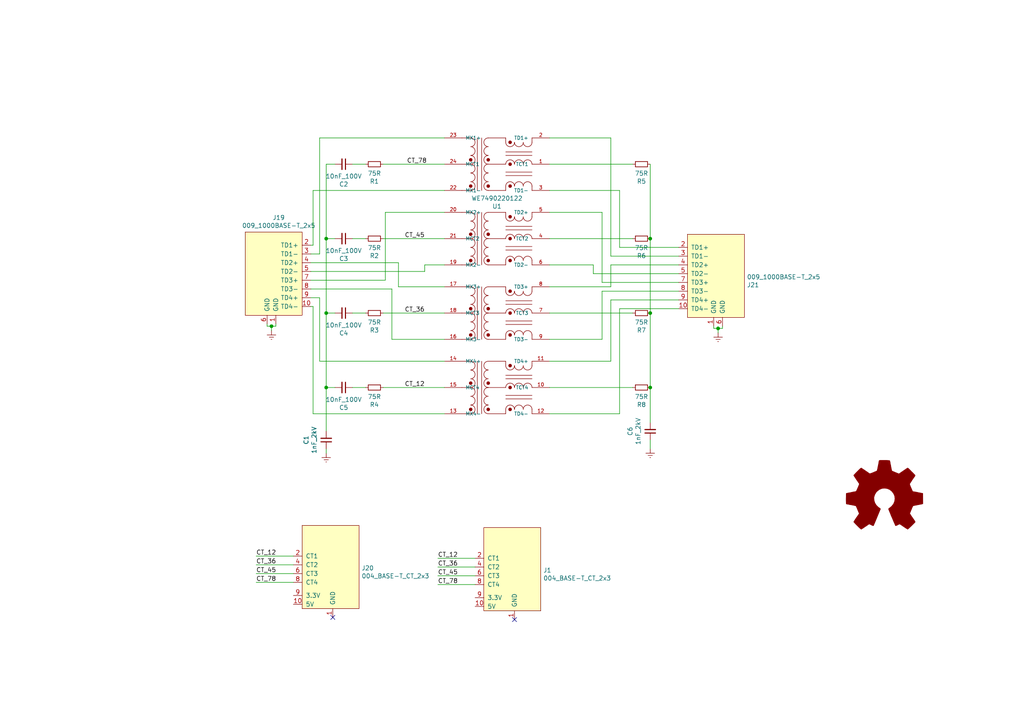
<source format=kicad_sch>
(kicad_sch (version 20211123) (generator eeschema)

  (uuid ee27d19c-8dca-4ac8-a760-6dfd54d28071)

  (paper "A4")

  (lib_symbols
    (symbol "004_BASE-T_CT_1" (pin_names (offset 1.016)) (in_bom yes) (on_board yes)
      (property "Reference" "J" (id 0) (at -2.54 13.97 0)
        (effects (font (size 1.27 1.27)))
      )
      (property "Value" "004_BASE-T_CT_1" (id 1) (at 8.89 13.97 0)
        (effects (font (size 1.27 1.27)))
      )
      (property "Footprint" "" (id 2) (at 7.62 16.51 0)
        (effects (font (size 1.27 1.27)) hide)
      )
      (property "Datasheet" "" (id 3) (at 7.62 16.51 0)
        (effects (font (size 1.27 1.27)) hide)
      )
      (symbol "004_BASE-T_CT_1_0_1"
        (rectangle (start -8.89 12.7) (end 7.62 -11.43)
          (stroke (width 0) (type default) (color 0 0 0 0))
          (fill (type background))
        )
      )
      (symbol "004_BASE-T_CT_1_1_1"
        (pin power_in line (at 0 -13.97 90) (length 2.54)
          (name "GND" (effects (font (size 1.27 1.27))))
          (number "1" (effects (font (size 1.27 1.27))))
        )
        (pin power_in line (at -11.43 -10.16 0) (length 2.54)
          (name "5V" (effects (font (size 1.27 1.27))))
          (number "10" (effects (font (size 1.27 1.27))))
        )
        (pin bidirectional line (at -11.43 3.81 0) (length 2.54)
          (name "CT1" (effects (font (size 1.27 1.27))))
          (number "2" (effects (font (size 1.27 1.27))))
        )
        (pin bidirectional line (at -11.43 1.27 0) (length 2.54)
          (name "CT2" (effects (font (size 1.27 1.27))))
          (number "4" (effects (font (size 1.27 1.27))))
        )
        (pin bidirectional line (at -11.43 -1.27 0) (length 2.54)
          (name "CT3" (effects (font (size 1.27 1.27))))
          (number "6" (effects (font (size 1.27 1.27))))
        )
        (pin bidirectional line (at -11.43 -3.81 0) (length 2.54)
          (name "CT4" (effects (font (size 1.27 1.27))))
          (number "8" (effects (font (size 1.27 1.27))))
        )
        (pin power_in line (at -11.43 -7.62 0) (length 2.54)
          (name "3.3V" (effects (font (size 1.27 1.27))))
          (number "9" (effects (font (size 1.27 1.27))))
        )
      )
    )
    (symbol "Auto-Intern:WE7490220122" (pin_names (offset 1.016)) (in_bom yes) (on_board yes)
      (property "Reference" "U" (id 0) (at 0 8.89 0)
        (effects (font (size 1.27 1.27)))
      )
      (property "Value" "Auto-Intern_WE7490220122" (id 1) (at 0 8.89 0)
        (effects (font (size 1.27 1.27)))
      )
      (property "Footprint" "AI-footprints:XFMR_7490220122" (id 2) (at 0 8.89 0)
        (effects (font (size 1.27 1.27)) hide)
      )
      (property "Datasheet" "" (id 3) (at 0 8.89 0)
        (effects (font (size 1.27 1.27)) hide)
      )
      (symbol "WE7490220122_1_1"
        (arc (start -8.89 -60.96) (mid -7.62 -62.23) (end -6.35 -60.96)
          (stroke (width 0.1524) (type default) (color 0 0 0 0))
          (fill (type none))
        )
        (arc (start -8.89 -39.37) (mid -7.62 -40.64) (end -6.35 -39.37)
          (stroke (width 0.1524) (type default) (color 0 0 0 0))
          (fill (type none))
        )
        (arc (start -8.89 -17.78) (mid -7.62 -19.05) (end -6.35 -17.78)
          (stroke (width 0.1524) (type default) (color 0 0 0 0))
          (fill (type none))
        )
        (arc (start -8.89 3.81) (mid -7.62 2.54) (end -6.35 3.81)
          (stroke (width 0.1524) (type default) (color 0 0 0 0))
          (fill (type none))
        )
        (arc (start -6.35 -73.66) (mid -7.62 -72.39) (end -8.89 -73.66)
          (stroke (width 0.1524) (type default) (color 0 0 0 0))
          (fill (type none))
        )
        (arc (start -6.35 -67.31) (mid -7.62 -66.04) (end -8.89 -67.31)
          (stroke (width 0.1524) (type default) (color 0 0 0 0))
          (fill (type none))
        )
        (arc (start -6.35 -60.96) (mid -5.08 -62.23) (end -3.81 -60.96)
          (stroke (width 0.1524) (type default) (color 0 0 0 0))
          (fill (type none))
        )
        (arc (start -6.35 -52.07) (mid -7.62 -50.8) (end -8.89 -52.07)
          (stroke (width 0.1524) (type default) (color 0 0 0 0))
          (fill (type none))
        )
        (arc (start -6.35 -45.72) (mid -7.62 -44.45) (end -8.89 -45.72)
          (stroke (width 0.1524) (type default) (color 0 0 0 0))
          (fill (type none))
        )
        (arc (start -6.35 -39.37) (mid -5.08 -40.64) (end -3.81 -39.37)
          (stroke (width 0.1524) (type default) (color 0 0 0 0))
          (fill (type none))
        )
        (arc (start -6.35 -30.48) (mid -7.62 -29.21) (end -8.89 -30.48)
          (stroke (width 0.1524) (type default) (color 0 0 0 0))
          (fill (type none))
        )
        (arc (start -6.35 -24.13) (mid -7.62 -22.86) (end -8.89 -24.13)
          (stroke (width 0.1524) (type default) (color 0 0 0 0))
          (fill (type none))
        )
        (arc (start -6.35 -17.78) (mid -5.08 -19.05) (end -3.81 -17.78)
          (stroke (width 0.1524) (type default) (color 0 0 0 0))
          (fill (type none))
        )
        (arc (start -6.35 -8.89) (mid -7.62 -7.62) (end -8.89 -8.89)
          (stroke (width 0.1524) (type default) (color 0 0 0 0))
          (fill (type none))
        )
        (arc (start -6.35 -2.54) (mid -7.62 -1.27) (end -8.89 -2.54)
          (stroke (width 0.1524) (type default) (color 0 0 0 0))
          (fill (type none))
        )
        (arc (start -6.35 3.81) (mid -5.08 2.54) (end -3.81 3.81)
          (stroke (width 0.1524) (type default) (color 0 0 0 0))
          (fill (type none))
        )
        (arc (start -3.81 -73.66) (mid -5.08 -72.39) (end -6.35 -73.66)
          (stroke (width 0.1524) (type default) (color 0 0 0 0))
          (fill (type none))
        )
        (arc (start -3.81 -67.31) (mid -5.08 -66.04) (end -6.35 -67.31)
          (stroke (width 0.1524) (type default) (color 0 0 0 0))
          (fill (type none))
        )
        (arc (start -3.81 -60.96) (mid -2.54 -62.23) (end -1.27 -60.96)
          (stroke (width 0.1524) (type default) (color 0 0 0 0))
          (fill (type none))
        )
        (arc (start -3.81 -52.07) (mid -5.08 -50.8) (end -6.35 -52.07)
          (stroke (width 0.1524) (type default) (color 0 0 0 0))
          (fill (type none))
        )
        (arc (start -3.81 -45.72) (mid -5.08 -44.45) (end -6.35 -45.72)
          (stroke (width 0.1524) (type default) (color 0 0 0 0))
          (fill (type none))
        )
        (arc (start -3.81 -39.37) (mid -2.54 -40.64) (end -1.27 -39.37)
          (stroke (width 0.1524) (type default) (color 0 0 0 0))
          (fill (type none))
        )
        (arc (start -3.81 -30.48) (mid -5.08 -29.21) (end -6.35 -30.48)
          (stroke (width 0.1524) (type default) (color 0 0 0 0))
          (fill (type none))
        )
        (arc (start -3.81 -24.13) (mid -5.08 -22.86) (end -6.35 -24.13)
          (stroke (width 0.1524) (type default) (color 0 0 0 0))
          (fill (type none))
        )
        (arc (start -3.81 -17.78) (mid -2.54 -19.05) (end -1.27 -17.78)
          (stroke (width 0.1524) (type default) (color 0 0 0 0))
          (fill (type none))
        )
        (arc (start -3.81 -8.89) (mid -5.08 -7.62) (end -6.35 -8.89)
          (stroke (width 0.1524) (type default) (color 0 0 0 0))
          (fill (type none))
        )
        (arc (start -3.81 -2.54) (mid -5.08 -1.27) (end -6.35 -2.54)
          (stroke (width 0.1524) (type default) (color 0 0 0 0))
          (fill (type none))
        )
        (arc (start -3.81 3.81) (mid -2.54 2.54) (end -1.27 3.81)
          (stroke (width 0.1524) (type default) (color 0 0 0 0))
          (fill (type none))
        )
        (circle (center -2.54 -73.66) (radius 0.254)
          (stroke (width 0.508) (type default) (color 0 0 0 0))
          (fill (type none))
        )
        (circle (center -2.54 -67.31) (radius 0.254)
          (stroke (width 0.508) (type default) (color 0 0 0 0))
          (fill (type none))
        )
        (circle (center -2.54 -60.96) (radius 0.254)
          (stroke (width 0.508) (type default) (color 0 0 0 0))
          (fill (type none))
        )
        (circle (center -2.54 -52.07) (radius 0.254)
          (stroke (width 0.508) (type default) (color 0 0 0 0))
          (fill (type none))
        )
        (circle (center -2.54 -45.72) (radius 0.254)
          (stroke (width 0.508) (type default) (color 0 0 0 0))
          (fill (type none))
        )
        (circle (center -2.54 -39.37) (radius 0.254)
          (stroke (width 0.508) (type default) (color 0 0 0 0))
          (fill (type none))
        )
        (circle (center -2.54 -30.48) (radius 0.254)
          (stroke (width 0.508) (type default) (color 0 0 0 0))
          (fill (type none))
        )
        (circle (center -2.54 -24.13) (radius 0.254)
          (stroke (width 0.508) (type default) (color 0 0 0 0))
          (fill (type none))
        )
        (circle (center -2.54 -17.78) (radius 0.254)
          (stroke (width 0.508) (type default) (color 0 0 0 0))
          (fill (type none))
        )
        (circle (center -2.54 -8.89) (radius 0.254)
          (stroke (width 0.508) (type default) (color 0 0 0 0))
          (fill (type none))
        )
        (circle (center -2.54 -2.54) (radius 0.254)
          (stroke (width 0.508) (type default) (color 0 0 0 0))
          (fill (type none))
        )
        (circle (center -2.54 3.81) (radius 0.254)
          (stroke (width 0.508) (type default) (color 0 0 0 0))
          (fill (type none))
        )
        (arc (start -1.27 -73.66) (mid -2.54 -72.39) (end -3.81 -73.66)
          (stroke (width 0.1524) (type default) (color 0 0 0 0))
          (fill (type none))
        )
        (arc (start -1.27 -67.31) (mid -2.54 -66.04) (end -3.81 -67.31)
          (stroke (width 0.1524) (type default) (color 0 0 0 0))
          (fill (type none))
        )
        (arc (start -1.27 -52.07) (mid -2.54 -50.8) (end -3.81 -52.07)
          (stroke (width 0.1524) (type default) (color 0 0 0 0))
          (fill (type none))
        )
        (arc (start -1.27 -45.72) (mid -2.54 -44.45) (end -3.81 -45.72)
          (stroke (width 0.1524) (type default) (color 0 0 0 0))
          (fill (type none))
        )
        (arc (start -1.27 -30.48) (mid -2.54 -29.21) (end -3.81 -30.48)
          (stroke (width 0.1524) (type default) (color 0 0 0 0))
          (fill (type none))
        )
        (arc (start -1.27 -24.13) (mid -2.54 -22.86) (end -3.81 -24.13)
          (stroke (width 0.1524) (type default) (color 0 0 0 0))
          (fill (type none))
        )
        (arc (start -1.27 -8.89) (mid -2.54 -7.62) (end -3.81 -8.89)
          (stroke (width 0.1524) (type default) (color 0 0 0 0))
          (fill (type none))
        )
        (arc (start -1.27 -2.54) (mid -2.54 -1.27) (end -3.81 -2.54)
          (stroke (width 0.1524) (type default) (color 0 0 0 0))
          (fill (type none))
        )
        (polyline
          (pts
            (xy -8.89 -73.66)
            (xy -8.89 -74.93)
          )
          (stroke (width 0.1524) (type default) (color 0 0 0 0))
          (fill (type none))
        )
        (polyline
          (pts
            (xy -8.89 -70.612)
            (xy -1.27 -70.612)
          )
          (stroke (width 0.1524) (type default) (color 0 0 0 0))
          (fill (type none))
        )
        (polyline
          (pts
            (xy -8.89 -69.596)
            (xy -1.27 -69.596)
          )
          (stroke (width 0.1524) (type default) (color 0 0 0 0))
          (fill (type none))
        )
        (polyline
          (pts
            (xy -8.89 -64.77)
            (xy -1.27 -64.77)
          )
          (stroke (width 0.1524) (type default) (color 0 0 0 0))
          (fill (type none))
        )
        (polyline
          (pts
            (xy -8.89 -63.754)
            (xy -1.27 -63.754)
          )
          (stroke (width 0.1524) (type default) (color 0 0 0 0))
          (fill (type none))
        )
        (polyline
          (pts
            (xy -8.89 -59.69)
            (xy -8.89 -60.96)
          )
          (stroke (width 0.1524) (type default) (color 0 0 0 0))
          (fill (type none))
        )
        (polyline
          (pts
            (xy -8.89 -52.07)
            (xy -8.89 -53.34)
          )
          (stroke (width 0.1524) (type default) (color 0 0 0 0))
          (fill (type none))
        )
        (polyline
          (pts
            (xy -8.89 -49.022)
            (xy -1.27 -49.022)
          )
          (stroke (width 0.1524) (type default) (color 0 0 0 0))
          (fill (type none))
        )
        (polyline
          (pts
            (xy -8.89 -48.006)
            (xy -1.27 -48.006)
          )
          (stroke (width 0.1524) (type default) (color 0 0 0 0))
          (fill (type none))
        )
        (polyline
          (pts
            (xy -8.89 -43.18)
            (xy -1.27 -43.18)
          )
          (stroke (width 0.1524) (type default) (color 0 0 0 0))
          (fill (type none))
        )
        (polyline
          (pts
            (xy -8.89 -42.164)
            (xy -1.27 -42.164)
          )
          (stroke (width 0.1524) (type default) (color 0 0 0 0))
          (fill (type none))
        )
        (polyline
          (pts
            (xy -8.89 -38.1)
            (xy -8.89 -39.37)
          )
          (stroke (width 0.1524) (type default) (color 0 0 0 0))
          (fill (type none))
        )
        (polyline
          (pts
            (xy -8.89 -30.48)
            (xy -8.89 -31.75)
          )
          (stroke (width 0.1524) (type default) (color 0 0 0 0))
          (fill (type none))
        )
        (polyline
          (pts
            (xy -8.89 -27.432)
            (xy -1.27 -27.432)
          )
          (stroke (width 0.1524) (type default) (color 0 0 0 0))
          (fill (type none))
        )
        (polyline
          (pts
            (xy -8.89 -26.416)
            (xy -1.27 -26.416)
          )
          (stroke (width 0.1524) (type default) (color 0 0 0 0))
          (fill (type none))
        )
        (polyline
          (pts
            (xy -8.89 -21.59)
            (xy -1.27 -21.59)
          )
          (stroke (width 0.1524) (type default) (color 0 0 0 0))
          (fill (type none))
        )
        (polyline
          (pts
            (xy -8.89 -20.574)
            (xy -1.27 -20.574)
          )
          (stroke (width 0.1524) (type default) (color 0 0 0 0))
          (fill (type none))
        )
        (polyline
          (pts
            (xy -8.89 -16.51)
            (xy -8.89 -17.78)
          )
          (stroke (width 0.1524) (type default) (color 0 0 0 0))
          (fill (type none))
        )
        (polyline
          (pts
            (xy -8.89 -8.89)
            (xy -8.89 -10.16)
          )
          (stroke (width 0.1524) (type default) (color 0 0 0 0))
          (fill (type none))
        )
        (polyline
          (pts
            (xy -8.89 -5.842)
            (xy -1.27 -5.842)
          )
          (stroke (width 0.1524) (type default) (color 0 0 0 0))
          (fill (type none))
        )
        (polyline
          (pts
            (xy -8.89 -4.826)
            (xy -1.27 -4.826)
          )
          (stroke (width 0.1524) (type default) (color 0 0 0 0))
          (fill (type none))
        )
        (polyline
          (pts
            (xy -8.89 0)
            (xy -1.27 0)
          )
          (stroke (width 0.1524) (type default) (color 0 0 0 0))
          (fill (type none))
        )
        (polyline
          (pts
            (xy -8.89 1.016)
            (xy -1.27 1.016)
          )
          (stroke (width 0.1524) (type default) (color 0 0 0 0))
          (fill (type none))
        )
        (polyline
          (pts
            (xy -8.89 5.08)
            (xy -8.89 3.81)
          )
          (stroke (width 0.1524) (type default) (color 0 0 0 0))
          (fill (type none))
        )
        (polyline
          (pts
            (xy -1.27 -74.93)
            (xy 3.81 -74.93)
          )
          (stroke (width 0.1524) (type default) (color 0 0 0 0))
          (fill (type none))
        )
        (polyline
          (pts
            (xy -1.27 -73.66)
            (xy -1.27 -74.93)
          )
          (stroke (width 0.1524) (type default) (color 0 0 0 0))
          (fill (type none))
        )
        (polyline
          (pts
            (xy -1.27 -67.31)
            (xy 3.81 -67.31)
          )
          (stroke (width 0.1524) (type default) (color 0 0 0 0))
          (fill (type none))
        )
        (polyline
          (pts
            (xy -1.27 -59.69)
            (xy -1.27 -60.96)
          )
          (stroke (width 0.1524) (type default) (color 0 0 0 0))
          (fill (type none))
        )
        (polyline
          (pts
            (xy -1.27 -59.69)
            (xy 3.81 -59.69)
          )
          (stroke (width 0.1524) (type default) (color 0 0 0 0))
          (fill (type none))
        )
        (polyline
          (pts
            (xy -1.27 -53.34)
            (xy 3.81 -53.34)
          )
          (stroke (width 0.1524) (type default) (color 0 0 0 0))
          (fill (type none))
        )
        (polyline
          (pts
            (xy -1.27 -52.07)
            (xy -1.27 -53.34)
          )
          (stroke (width 0.1524) (type default) (color 0 0 0 0))
          (fill (type none))
        )
        (polyline
          (pts
            (xy -1.27 -45.72)
            (xy 3.81 -45.72)
          )
          (stroke (width 0.1524) (type default) (color 0 0 0 0))
          (fill (type none))
        )
        (polyline
          (pts
            (xy -1.27 -38.1)
            (xy -1.27 -39.37)
          )
          (stroke (width 0.1524) (type default) (color 0 0 0 0))
          (fill (type none))
        )
        (polyline
          (pts
            (xy -1.27 -38.1)
            (xy 3.81 -38.1)
          )
          (stroke (width 0.1524) (type default) (color 0 0 0 0))
          (fill (type none))
        )
        (polyline
          (pts
            (xy -1.27 -31.75)
            (xy 3.81 -31.75)
          )
          (stroke (width 0.1524) (type default) (color 0 0 0 0))
          (fill (type none))
        )
        (polyline
          (pts
            (xy -1.27 -30.48)
            (xy -1.27 -31.75)
          )
          (stroke (width 0.1524) (type default) (color 0 0 0 0))
          (fill (type none))
        )
        (polyline
          (pts
            (xy -1.27 -24.13)
            (xy 3.81 -24.13)
          )
          (stroke (width 0.1524) (type default) (color 0 0 0 0))
          (fill (type none))
        )
        (polyline
          (pts
            (xy -1.27 -16.51)
            (xy -1.27 -17.78)
          )
          (stroke (width 0.1524) (type default) (color 0 0 0 0))
          (fill (type none))
        )
        (polyline
          (pts
            (xy -1.27 -16.51)
            (xy 3.81 -16.51)
          )
          (stroke (width 0.1524) (type default) (color 0 0 0 0))
          (fill (type none))
        )
        (polyline
          (pts
            (xy -1.27 -10.16)
            (xy 3.81 -10.16)
          )
          (stroke (width 0.1524) (type default) (color 0 0 0 0))
          (fill (type none))
        )
        (polyline
          (pts
            (xy -1.27 -8.89)
            (xy -1.27 -10.16)
          )
          (stroke (width 0.1524) (type default) (color 0 0 0 0))
          (fill (type none))
        )
        (polyline
          (pts
            (xy -1.27 -2.54)
            (xy 3.81 -2.54)
          )
          (stroke (width 0.1524) (type default) (color 0 0 0 0))
          (fill (type none))
        )
        (polyline
          (pts
            (xy -1.27 5.08)
            (xy -1.27 3.81)
          )
          (stroke (width 0.1524) (type default) (color 0 0 0 0))
          (fill (type none))
        )
        (polyline
          (pts
            (xy -1.27 5.08)
            (xy 3.81 5.08)
          )
          (stroke (width 0.1524) (type default) (color 0 0 0 0))
          (fill (type none))
        )
        (polyline
          (pts
            (xy 5.715 -59.69)
            (xy 5.715 -74.93)
          )
          (stroke (width 0.1524) (type default) (color 0 0 0 0))
          (fill (type none))
        )
        (polyline
          (pts
            (xy 5.715 -38.1)
            (xy 5.715 -53.34)
          )
          (stroke (width 0.1524) (type default) (color 0 0 0 0))
          (fill (type none))
        )
        (polyline
          (pts
            (xy 5.715 -16.51)
            (xy 5.715 -31.75)
          )
          (stroke (width 0.1524) (type default) (color 0 0 0 0))
          (fill (type none))
        )
        (polyline
          (pts
            (xy 5.715 5.08)
            (xy 5.715 -10.16)
          )
          (stroke (width 0.1524) (type default) (color 0 0 0 0))
          (fill (type none))
        )
        (polyline
          (pts
            (xy 6.985 -59.69)
            (xy 6.985 -74.93)
          )
          (stroke (width 0.1524) (type default) (color 0 0 0 0))
          (fill (type none))
        )
        (polyline
          (pts
            (xy 6.985 -38.1)
            (xy 6.985 -53.34)
          )
          (stroke (width 0.1524) (type default) (color 0 0 0 0))
          (fill (type none))
        )
        (polyline
          (pts
            (xy 6.985 -16.51)
            (xy 6.985 -31.75)
          )
          (stroke (width 0.1524) (type default) (color 0 0 0 0))
          (fill (type none))
        )
        (polyline
          (pts
            (xy 6.985 5.08)
            (xy 6.985 -10.16)
          )
          (stroke (width 0.1524) (type default) (color 0 0 0 0))
          (fill (type none))
        )
        (polyline
          (pts
            (xy 8.89 -74.93)
            (xy 11.43 -74.93)
          )
          (stroke (width 0.1524) (type default) (color 0 0 0 0))
          (fill (type none))
        )
        (polyline
          (pts
            (xy 8.89 -67.31)
            (xy 11.43 -67.31)
          )
          (stroke (width 0.1524) (type default) (color 0 0 0 0))
          (fill (type none))
        )
        (polyline
          (pts
            (xy 8.89 -59.69)
            (xy 11.43 -59.69)
          )
          (stroke (width 0.1524) (type default) (color 0 0 0 0))
          (fill (type none))
        )
        (polyline
          (pts
            (xy 8.89 -53.34)
            (xy 11.43 -53.34)
          )
          (stroke (width 0.1524) (type default) (color 0 0 0 0))
          (fill (type none))
        )
        (polyline
          (pts
            (xy 8.89 -45.72)
            (xy 11.43 -45.72)
          )
          (stroke (width 0.1524) (type default) (color 0 0 0 0))
          (fill (type none))
        )
        (polyline
          (pts
            (xy 8.89 -38.1)
            (xy 11.43 -38.1)
          )
          (stroke (width 0.1524) (type default) (color 0 0 0 0))
          (fill (type none))
        )
        (polyline
          (pts
            (xy 8.89 -31.75)
            (xy 11.43 -31.75)
          )
          (stroke (width 0.1524) (type default) (color 0 0 0 0))
          (fill (type none))
        )
        (polyline
          (pts
            (xy 8.89 -24.13)
            (xy 11.43 -24.13)
          )
          (stroke (width 0.1524) (type default) (color 0 0 0 0))
          (fill (type none))
        )
        (polyline
          (pts
            (xy 8.89 -16.51)
            (xy 11.43 -16.51)
          )
          (stroke (width 0.1524) (type default) (color 0 0 0 0))
          (fill (type none))
        )
        (polyline
          (pts
            (xy 8.89 -10.16)
            (xy 11.43 -10.16)
          )
          (stroke (width 0.1524) (type default) (color 0 0 0 0))
          (fill (type none))
        )
        (polyline
          (pts
            (xy 8.89 -2.54)
            (xy 11.43 -2.54)
          )
          (stroke (width 0.1524) (type default) (color 0 0 0 0))
          (fill (type none))
        )
        (polyline
          (pts
            (xy 8.89 5.08)
            (xy 11.43 5.08)
          )
          (stroke (width 0.1524) (type default) (color 0 0 0 0))
          (fill (type none))
        )
        (arc (start 3.81 -74.93) (mid 5.08 -73.66) (end 3.81 -72.39)
          (stroke (width 0.1524) (type default) (color 0 0 0 0))
          (fill (type none))
        )
        (circle (center 3.81 -73.66) (radius 0.254)
          (stroke (width 0.508) (type default) (color 0 0 0 0))
          (fill (type none))
        )
        (arc (start 3.81 -72.39) (mid 5.08 -71.12) (end 3.81 -69.85)
          (stroke (width 0.1524) (type default) (color 0 0 0 0))
          (fill (type none))
        )
        (arc (start 3.81 -69.85) (mid 5.08 -68.58) (end 3.81 -67.31)
          (stroke (width 0.1524) (type default) (color 0 0 0 0))
          (fill (type none))
        )
        (arc (start 3.81 -67.31) (mid 5.08 -66.04) (end 3.81 -64.77)
          (stroke (width 0.1524) (type default) (color 0 0 0 0))
          (fill (type none))
        )
        (circle (center 3.81 -66.04) (radius 0.254)
          (stroke (width 0.508) (type default) (color 0 0 0 0))
          (fill (type none))
        )
        (arc (start 3.81 -64.77) (mid 5.08 -63.5) (end 3.81 -62.23)
          (stroke (width 0.1524) (type default) (color 0 0 0 0))
          (fill (type none))
        )
        (arc (start 3.81 -62.23) (mid 5.08 -60.96) (end 3.81 -59.69)
          (stroke (width 0.1524) (type default) (color 0 0 0 0))
          (fill (type none))
        )
        (arc (start 3.81 -53.34) (mid 5.08 -52.07) (end 3.81 -50.8)
          (stroke (width 0.1524) (type default) (color 0 0 0 0))
          (fill (type none))
        )
        (circle (center 3.81 -52.07) (radius 0.254)
          (stroke (width 0.508) (type default) (color 0 0 0 0))
          (fill (type none))
        )
        (arc (start 3.81 -50.8) (mid 5.08 -49.53) (end 3.81 -48.26)
          (stroke (width 0.1524) (type default) (color 0 0 0 0))
          (fill (type none))
        )
        (arc (start 3.81 -48.26) (mid 5.08 -46.99) (end 3.81 -45.72)
          (stroke (width 0.1524) (type default) (color 0 0 0 0))
          (fill (type none))
        )
        (arc (start 3.81 -45.72) (mid 5.08 -44.45) (end 3.81 -43.18)
          (stroke (width 0.1524) (type default) (color 0 0 0 0))
          (fill (type none))
        )
        (circle (center 3.81 -44.45) (radius 0.254)
          (stroke (width 0.508) (type default) (color 0 0 0 0))
          (fill (type none))
        )
        (arc (start 3.81 -43.18) (mid 5.08 -41.91) (end 3.81 -40.64)
          (stroke (width 0.1524) (type default) (color 0 0 0 0))
          (fill (type none))
        )
        (arc (start 3.81 -40.64) (mid 5.08 -39.37) (end 3.81 -38.1)
          (stroke (width 0.1524) (type default) (color 0 0 0 0))
          (fill (type none))
        )
        (arc (start 3.81 -31.75) (mid 5.08 -30.48) (end 3.81 -29.21)
          (stroke (width 0.1524) (type default) (color 0 0 0 0))
          (fill (type none))
        )
        (circle (center 3.81 -30.48) (radius 0.254)
          (stroke (width 0.508) (type default) (color 0 0 0 0))
          (fill (type none))
        )
        (arc (start 3.81 -29.21) (mid 5.08 -27.94) (end 3.81 -26.67)
          (stroke (width 0.1524) (type default) (color 0 0 0 0))
          (fill (type none))
        )
        (arc (start 3.81 -26.67) (mid 5.08 -25.4) (end 3.81 -24.13)
          (stroke (width 0.1524) (type default) (color 0 0 0 0))
          (fill (type none))
        )
        (arc (start 3.81 -24.13) (mid 5.08 -22.86) (end 3.81 -21.59)
          (stroke (width 0.1524) (type default) (color 0 0 0 0))
          (fill (type none))
        )
        (circle (center 3.81 -22.86) (radius 0.254)
          (stroke (width 0.508) (type default) (color 0 0 0 0))
          (fill (type none))
        )
        (arc (start 3.81 -21.59) (mid 5.08 -20.32) (end 3.81 -19.05)
          (stroke (width 0.1524) (type default) (color 0 0 0 0))
          (fill (type none))
        )
        (arc (start 3.81 -19.05) (mid 5.08 -17.78) (end 3.81 -16.51)
          (stroke (width 0.1524) (type default) (color 0 0 0 0))
          (fill (type none))
        )
        (arc (start 3.81 -10.16) (mid 5.08 -8.89) (end 3.81 -7.62)
          (stroke (width 0.1524) (type default) (color 0 0 0 0))
          (fill (type none))
        )
        (circle (center 3.81 -8.89) (radius 0.254)
          (stroke (width 0.508) (type default) (color 0 0 0 0))
          (fill (type none))
        )
        (arc (start 3.81 -7.62) (mid 5.08 -6.35) (end 3.81 -5.08)
          (stroke (width 0.1524) (type default) (color 0 0 0 0))
          (fill (type none))
        )
        (arc (start 3.81 -5.08) (mid 5.08 -3.81) (end 3.81 -2.54)
          (stroke (width 0.1524) (type default) (color 0 0 0 0))
          (fill (type none))
        )
        (arc (start 3.81 -2.54) (mid 5.08 -1.27) (end 3.81 0)
          (stroke (width 0.1524) (type default) (color 0 0 0 0))
          (fill (type none))
        )
        (circle (center 3.81 -1.27) (radius 0.254)
          (stroke (width 0.508) (type default) (color 0 0 0 0))
          (fill (type none))
        )
        (arc (start 3.81 0) (mid 5.08 1.27) (end 3.81 2.54)
          (stroke (width 0.1524) (type default) (color 0 0 0 0))
          (fill (type none))
        )
        (arc (start 3.81 2.54) (mid 5.08 3.81) (end 3.81 5.08)
          (stroke (width 0.1524) (type default) (color 0 0 0 0))
          (fill (type none))
        )
        (circle (center 8.89 -73.66) (radius 0.254)
          (stroke (width 0.508) (type default) (color 0 0 0 0))
          (fill (type none))
        )
        (arc (start 8.89 -72.39) (mid 7.62 -73.66) (end 8.89 -74.93)
          (stroke (width 0.1524) (type default) (color 0 0 0 0))
          (fill (type none))
        )
        (arc (start 8.89 -69.85) (mid 7.62 -71.12) (end 8.89 -72.39)
          (stroke (width 0.1524) (type default) (color 0 0 0 0))
          (fill (type none))
        )
        (arc (start 8.89 -67.31) (mid 7.62 -68.58) (end 8.89 -69.85)
          (stroke (width 0.1524) (type default) (color 0 0 0 0))
          (fill (type none))
        )
        (circle (center 8.89 -66.04) (radius 0.254)
          (stroke (width 0.508) (type default) (color 0 0 0 0))
          (fill (type none))
        )
        (arc (start 8.89 -64.77) (mid 7.62 -66.04) (end 8.89 -67.31)
          (stroke (width 0.1524) (type default) (color 0 0 0 0))
          (fill (type none))
        )
        (arc (start 8.89 -62.23) (mid 7.62 -63.5) (end 8.89 -64.77)
          (stroke (width 0.1524) (type default) (color 0 0 0 0))
          (fill (type none))
        )
        (arc (start 8.89 -59.69) (mid 7.62 -60.96) (end 8.89 -62.23)
          (stroke (width 0.1524) (type default) (color 0 0 0 0))
          (fill (type none))
        )
        (circle (center 8.89 -52.07) (radius 0.254)
          (stroke (width 0.508) (type default) (color 0 0 0 0))
          (fill (type none))
        )
        (arc (start 8.89 -50.8) (mid 7.62 -52.07) (end 8.89 -53.34)
          (stroke (width 0.1524) (type default) (color 0 0 0 0))
          (fill (type none))
        )
        (arc (start 8.89 -48.26) (mid 7.62 -49.53) (end 8.89 -50.8)
          (stroke (width 0.1524) (type default) (color 0 0 0 0))
          (fill (type none))
        )
        (arc (start 8.89 -45.72) (mid 7.62 -46.99) (end 8.89 -48.26)
          (stroke (width 0.1524) (type default) (color 0 0 0 0))
          (fill (type none))
        )
        (circle (center 8.89 -44.45) (radius 0.254)
          (stroke (width 0.508) (type default) (color 0 0 0 0))
          (fill (type none))
        )
        (arc (start 8.89 -43.18) (mid 7.62 -44.45) (end 8.89 -45.72)
          (stroke (width 0.1524) (type default) (color 0 0 0 0))
          (fill (type none))
        )
        (arc (start 8.89 -40.64) (mid 7.62 -41.91) (end 8.89 -43.18)
          (stroke (width 0.1524) (type default) (color 0 0 0 0))
          (fill (type none))
        )
        (arc (start 8.89 -38.1) (mid 7.62 -39.37) (end 8.89 -40.64)
          (stroke (width 0.1524) (type default) (color 0 0 0 0))
          (fill (type none))
        )
        (circle (center 8.89 -30.48) (radius 0.254)
          (stroke (width 0.508) (type default) (color 0 0 0 0))
          (fill (type none))
        )
        (arc (start 8.89 -29.21) (mid 7.62 -30.48) (end 8.89 -31.75)
          (stroke (width 0.1524) (type default) (color 0 0 0 0))
          (fill (type none))
        )
        (arc (start 8.89 -26.67) (mid 7.62 -27.94) (end 8.89 -29.21)
          (stroke (width 0.1524) (type default) (color 0 0 0 0))
          (fill (type none))
        )
        (arc (start 8.89 -24.13) (mid 7.62 -25.4) (end 8.89 -26.67)
          (stroke (width 0.1524) (type default) (color 0 0 0 0))
          (fill (type none))
        )
        (circle (center 8.89 -22.86) (radius 0.254)
          (stroke (width 0.508) (type default) (color 0 0 0 0))
          (fill (type none))
        )
        (arc (start 8.89 -21.59) (mid 7.62 -22.86) (end 8.89 -24.13)
          (stroke (width 0.1524) (type default) (color 0 0 0 0))
          (fill (type none))
        )
        (arc (start 8.89 -19.05) (mid 7.62 -20.32) (end 8.89 -21.59)
          (stroke (width 0.1524) (type default) (color 0 0 0 0))
          (fill (type none))
        )
        (arc (start 8.89 -16.51) (mid 7.62 -17.78) (end 8.89 -19.05)
          (stroke (width 0.1524) (type default) (color 0 0 0 0))
          (fill (type none))
        )
        (circle (center 8.89 -8.89) (radius 0.254)
          (stroke (width 0.508) (type default) (color 0 0 0 0))
          (fill (type none))
        )
        (arc (start 8.89 -7.62) (mid 7.62 -8.89) (end 8.89 -10.16)
          (stroke (width 0.1524) (type default) (color 0 0 0 0))
          (fill (type none))
        )
        (arc (start 8.89 -5.08) (mid 7.62 -6.35) (end 8.89 -7.62)
          (stroke (width 0.1524) (type default) (color 0 0 0 0))
          (fill (type none))
        )
        (arc (start 8.89 -2.54) (mid 7.62 -3.81) (end 8.89 -5.08)
          (stroke (width 0.1524) (type default) (color 0 0 0 0))
          (fill (type none))
        )
        (circle (center 8.89 -1.27) (radius 0.254)
          (stroke (width 0.508) (type default) (color 0 0 0 0))
          (fill (type none))
        )
        (arc (start 8.89 0) (mid 7.62 -1.27) (end 8.89 -2.54)
          (stroke (width 0.1524) (type default) (color 0 0 0 0))
          (fill (type none))
        )
        (arc (start 8.89 2.54) (mid 7.62 1.27) (end 8.89 0)
          (stroke (width 0.1524) (type default) (color 0 0 0 0))
          (fill (type none))
        )
        (arc (start 8.89 5.08) (mid 7.62 3.81) (end 8.89 2.54)
          (stroke (width 0.1524) (type default) (color 0 0 0 0))
          (fill (type none))
        )
        (pin passive line (at -13.97 -2.54 0) (length 5.08)
          (name "TCT1" (effects (font (size 1.016 1.016))))
          (number "1" (effects (font (size 1.016 1.016))))
        )
        (pin passive line (at -13.97 -67.31 0) (length 5.08)
          (name "TCT4" (effects (font (size 1.016 1.016))))
          (number "10" (effects (font (size 1.016 1.016))))
        )
        (pin passive line (at -13.97 -59.69 0) (length 5.08)
          (name "TD4+" (effects (font (size 1.016 1.016))))
          (number "11" (effects (font (size 1.016 1.016))))
        )
        (pin passive line (at -13.97 -74.93 0) (length 5.08)
          (name "TD4-" (effects (font (size 1.016 1.016))))
          (number "12" (effects (font (size 1.016 1.016))))
        )
        (pin passive line (at 16.51 -74.93 180) (length 5.08)
          (name "MX4-" (effects (font (size 1.016 1.016))))
          (number "13" (effects (font (size 1.016 1.016))))
        )
        (pin passive line (at 16.51 -59.69 180) (length 5.08)
          (name "MX4+" (effects (font (size 1.016 1.016))))
          (number "14" (effects (font (size 1.016 1.016))))
        )
        (pin passive line (at 16.51 -67.31 180) (length 5.08)
          (name "MCT4" (effects (font (size 1.016 1.016))))
          (number "15" (effects (font (size 1.016 1.016))))
        )
        (pin passive line (at 16.51 -53.34 180) (length 5.08)
          (name "MX3-" (effects (font (size 1.016 1.016))))
          (number "16" (effects (font (size 1.016 1.016))))
        )
        (pin passive line (at 16.51 -38.1 180) (length 5.08)
          (name "MX3+" (effects (font (size 1.016 1.016))))
          (number "17" (effects (font (size 1.016 1.016))))
        )
        (pin passive line (at 16.51 -45.72 180) (length 5.08)
          (name "MCT3" (effects (font (size 1.016 1.016))))
          (number "18" (effects (font (size 1.016 1.016))))
        )
        (pin passive line (at 16.51 -31.75 180) (length 5.08)
          (name "MX2-" (effects (font (size 1.016 1.016))))
          (number "19" (effects (font (size 1.016 1.016))))
        )
        (pin passive line (at -13.97 5.08 0) (length 5.08)
          (name "TD1+" (effects (font (size 1.016 1.016))))
          (number "2" (effects (font (size 1.016 1.016))))
        )
        (pin passive line (at 16.51 -16.51 180) (length 5.08)
          (name "MX2+" (effects (font (size 1.016 1.016))))
          (number "20" (effects (font (size 1.016 1.016))))
        )
        (pin passive line (at 16.51 -24.13 180) (length 5.08)
          (name "MCT2" (effects (font (size 1.016 1.016))))
          (number "21" (effects (font (size 1.016 1.016))))
        )
        (pin passive line (at 16.51 -10.16 180) (length 5.08)
          (name "MX1-" (effects (font (size 1.016 1.016))))
          (number "22" (effects (font (size 1.016 1.016))))
        )
        (pin passive line (at 16.51 5.08 180) (length 5.08)
          (name "MX1+" (effects (font (size 1.016 1.016))))
          (number "23" (effects (font (size 1.016 1.016))))
        )
        (pin passive line (at 16.51 -2.54 180) (length 5.08)
          (name "MCT1" (effects (font (size 1.016 1.016))))
          (number "24" (effects (font (size 1.016 1.016))))
        )
        (pin passive line (at -13.97 -10.16 0) (length 5.08)
          (name "TD1-" (effects (font (size 1.016 1.016))))
          (number "3" (effects (font (size 1.016 1.016))))
        )
        (pin passive line (at -13.97 -24.13 0) (length 5.08)
          (name "TCT2" (effects (font (size 1.016 1.016))))
          (number "4" (effects (font (size 1.016 1.016))))
        )
        (pin passive line (at -13.97 -16.51 0) (length 5.08)
          (name "TD2+" (effects (font (size 1.016 1.016))))
          (number "5" (effects (font (size 1.016 1.016))))
        )
        (pin passive line (at -13.97 -31.75 0) (length 5.08)
          (name "TD2-" (effects (font (size 1.016 1.016))))
          (number "6" (effects (font (size 1.016 1.016))))
        )
        (pin passive line (at -13.97 -45.72 0) (length 5.08)
          (name "TCT3" (effects (font (size 1.016 1.016))))
          (number "7" (effects (font (size 1.016 1.016))))
        )
        (pin passive line (at -13.97 -38.1 0) (length 5.08)
          (name "TD3+" (effects (font (size 1.016 1.016))))
          (number "8" (effects (font (size 1.016 1.016))))
        )
        (pin passive line (at -13.97 -53.34 0) (length 5.08)
          (name "TD3-" (effects (font (size 1.016 1.016))))
          (number "9" (effects (font (size 1.016 1.016))))
        )
      )
    )
    (symbol "Device:C_Small" (pin_numbers hide) (pin_names (offset 0.254) hide) (in_bom yes) (on_board yes)
      (property "Reference" "C" (id 0) (at 0.254 1.778 0)
        (effects (font (size 1.27 1.27)) (justify left))
      )
      (property "Value" "C_Small" (id 1) (at 0.254 -2.032 0)
        (effects (font (size 1.27 1.27)) (justify left))
      )
      (property "Footprint" "" (id 2) (at 0 0 0)
        (effects (font (size 1.27 1.27)) hide)
      )
      (property "Datasheet" "~" (id 3) (at 0 0 0)
        (effects (font (size 1.27 1.27)) hide)
      )
      (property "ki_keywords" "capacitor cap" (id 4) (at 0 0 0)
        (effects (font (size 1.27 1.27)) hide)
      )
      (property "ki_description" "Unpolarized capacitor, small symbol" (id 5) (at 0 0 0)
        (effects (font (size 1.27 1.27)) hide)
      )
      (property "ki_fp_filters" "C_*" (id 6) (at 0 0 0)
        (effects (font (size 1.27 1.27)) hide)
      )
      (symbol "C_Small_0_1"
        (polyline
          (pts
            (xy -1.524 -0.508)
            (xy 1.524 -0.508)
          )
          (stroke (width 0.3302) (type default) (color 0 0 0 0))
          (fill (type none))
        )
        (polyline
          (pts
            (xy -1.524 0.508)
            (xy 1.524 0.508)
          )
          (stroke (width 0.3048) (type default) (color 0 0 0 0))
          (fill (type none))
        )
      )
      (symbol "C_Small_1_1"
        (pin passive line (at 0 2.54 270) (length 2.032)
          (name "~" (effects (font (size 1.27 1.27))))
          (number "1" (effects (font (size 1.27 1.27))))
        )
        (pin passive line (at 0 -2.54 90) (length 2.032)
          (name "~" (effects (font (size 1.27 1.27))))
          (number "2" (effects (font (size 1.27 1.27))))
        )
      )
    )
    (symbol "Device:R_Small" (pin_numbers hide) (pin_names (offset 0.254) hide) (in_bom yes) (on_board yes)
      (property "Reference" "R" (id 0) (at 0.762 0.508 0)
        (effects (font (size 1.27 1.27)) (justify left))
      )
      (property "Value" "R_Small" (id 1) (at 0.762 -1.016 0)
        (effects (font (size 1.27 1.27)) (justify left))
      )
      (property "Footprint" "" (id 2) (at 0 0 0)
        (effects (font (size 1.27 1.27)) hide)
      )
      (property "Datasheet" "~" (id 3) (at 0 0 0)
        (effects (font (size 1.27 1.27)) hide)
      )
      (property "ki_keywords" "R resistor" (id 4) (at 0 0 0)
        (effects (font (size 1.27 1.27)) hide)
      )
      (property "ki_description" "Resistor, small symbol" (id 5) (at 0 0 0)
        (effects (font (size 1.27 1.27)) hide)
      )
      (property "ki_fp_filters" "R_*" (id 6) (at 0 0 0)
        (effects (font (size 1.27 1.27)) hide)
      )
      (symbol "R_Small_0_1"
        (rectangle (start -0.762 1.778) (end 0.762 -1.778)
          (stroke (width 0.2032) (type default) (color 0 0 0 0))
          (fill (type none))
        )
      )
      (symbol "R_Small_1_1"
        (pin passive line (at 0 2.54 270) (length 0.762)
          (name "~" (effects (font (size 1.27 1.27))))
          (number "1" (effects (font (size 1.27 1.27))))
        )
        (pin passive line (at 0 -2.54 90) (length 0.762)
          (name "~" (effects (font (size 1.27 1.27))))
          (number "2" (effects (font (size 1.27 1.27))))
        )
      )
    )
    (symbol "Graphic:Logo_Open_Hardware_Large" (pin_names (offset 1.016)) (in_bom yes) (on_board yes)
      (property "Reference" "#LOGO" (id 0) (at 0 12.7 0)
        (effects (font (size 1.27 1.27)) hide)
      )
      (property "Value" "Logo_Open_Hardware_Large" (id 1) (at 0 -10.16 0)
        (effects (font (size 1.27 1.27)) hide)
      )
      (property "Footprint" "" (id 2) (at 0 0 0)
        (effects (font (size 1.27 1.27)) hide)
      )
      (property "Datasheet" "~" (id 3) (at 0 0 0)
        (effects (font (size 1.27 1.27)) hide)
      )
      (property "ki_keywords" "Logo" (id 4) (at 0 0 0)
        (effects (font (size 1.27 1.27)) hide)
      )
      (property "ki_description" "Open Hardware logo, large" (id 5) (at 0 0 0)
        (effects (font (size 1.27 1.27)) hide)
      )
      (symbol "Logo_Open_Hardware_Large_1_1"
        (polyline
          (pts
            (xy 6.731 -8.7122)
            (xy 6.6294 -8.6614)
            (xy 6.35 -8.4836)
            (xy 5.9944 -8.255)
            (xy 5.5372 -7.9502)
            (xy 5.1054 -7.6454)
            (xy 4.7498 -7.4168)
            (xy 4.4958 -7.239)
            (xy 4.3942 -7.1882)
            (xy 4.318 -7.2136)
            (xy 4.1148 -7.3152)
            (xy 3.81 -7.4676)
            (xy 3.6322 -7.5692)
            (xy 3.3528 -7.6708)
            (xy 3.2258 -7.6962)
            (xy 3.2004 -7.6708)
            (xy 3.0988 -7.4676)
            (xy 2.9464 -7.0866)
            (xy 2.7178 -6.604)
            (xy 2.4892 -6.0452)
            (xy 2.2352 -5.4356)
            (xy 1.9558 -4.826)
            (xy 1.7272 -4.2164)
            (xy 1.4986 -3.683)
            (xy 1.3208 -3.2512)
            (xy 1.2192 -2.9464)
            (xy 1.1684 -2.8194)
            (xy 1.1938 -2.794)
            (xy 1.3208 -2.667)
            (xy 1.5748 -2.4892)
            (xy 2.0828 -2.0574)
            (xy 2.6162 -1.397)
            (xy 2.921 -0.6604)
            (xy 3.048 0.1524)
            (xy 2.9464 0.9144)
            (xy 2.6416 1.6256)
            (xy 2.1336 2.286)
            (xy 1.524 2.7686)
            (xy 0.8128 3.0734)
            (xy 0 3.175)
            (xy -0.762 3.0988)
            (xy -1.4986 2.794)
            (xy -2.159 2.286)
            (xy -2.4384 1.9812)
            (xy -2.8194 1.3208)
            (xy -3.048 0.6096)
            (xy -3.0734 0.4318)
            (xy -3.0226 -0.3556)
            (xy -2.794 -1.0922)
            (xy -2.3876 -1.7526)
            (xy -1.8288 -2.3114)
            (xy -1.7526 -2.3622)
            (xy -1.4732 -2.5654)
            (xy -1.2954 -2.6924)
            (xy -1.1684 -2.8194)
            (xy -2.159 -5.207)
            (xy -2.3114 -5.588)
            (xy -2.5908 -6.2484)
            (xy -2.8194 -6.8072)
            (xy -3.0226 -7.2644)
            (xy -3.1496 -7.5692)
            (xy -3.2258 -7.6708)
            (xy -3.2258 -7.6962)
            (xy -3.302 -7.6962)
            (xy -3.4798 -7.6454)
            (xy -3.8354 -7.4676)
            (xy -4.0386 -7.366)
            (xy -4.2926 -7.239)
            (xy -4.4196 -7.1882)
            (xy -4.5212 -7.239)
            (xy -4.7498 -7.3914)
            (xy -5.1054 -7.6454)
            (xy -5.5372 -7.9248)
            (xy -5.9436 -8.2042)
            (xy -6.3246 -8.4582)
            (xy -6.604 -8.636)
            (xy -6.731 -8.7122)
            (xy -6.7564 -8.7122)
            (xy -6.858 -8.636)
            (xy -7.0866 -8.4582)
            (xy -7.4168 -8.1534)
            (xy -7.874 -7.6962)
            (xy -7.9502 -7.62)
            (xy -8.3312 -7.239)
            (xy -8.636 -6.9088)
            (xy -8.8392 -6.6802)
            (xy -8.9154 -6.5786)
            (xy -8.9154 -6.5786)
            (xy -8.8392 -6.4516)
            (xy -8.6614 -6.1722)
            (xy -8.4328 -5.7912)
            (xy -8.128 -5.3594)
            (xy -7.3152 -4.191)
            (xy -7.7724 -3.0988)
            (xy -7.8994 -2.7686)
            (xy -8.0772 -2.3622)
            (xy -8.2042 -2.0828)
            (xy -8.255 -1.9558)
            (xy -8.382 -1.905)
            (xy -8.6614 -1.8542)
            (xy -9.0932 -1.7526)
            (xy -9.6266 -1.651)
            (xy -10.1092 -1.5748)
            (xy -10.541 -1.4732)
            (xy -10.8712 -1.4224)
            (xy -11.0236 -1.397)
            (xy -11.049 -1.3716)
            (xy -11.0744 -1.2954)
            (xy -11.0998 -1.143)
            (xy -11.0998 -0.889)
            (xy -11.1252 -0.4572)
            (xy -11.1252 0.1524)
            (xy -11.1252 0.2286)
            (xy -11.0998 0.8128)
            (xy -11.0998 1.27)
            (xy -11.0744 1.5494)
            (xy -11.0744 1.6764)
            (xy -11.0744 1.6764)
            (xy -10.922 1.7018)
            (xy -10.6172 1.778)
            (xy -10.16 1.8542)
            (xy -9.652 1.9558)
            (xy -9.6012 1.9812)
            (xy -9.0932 2.0828)
            (xy -8.636 2.159)
            (xy -8.3312 2.2352)
            (xy -8.2042 2.286)
            (xy -8.1788 2.3114)
            (xy -8.0772 2.5146)
            (xy -7.9248 2.8448)
            (xy -7.747 3.2512)
            (xy -7.5692 3.6576)
            (xy -7.4168 4.0386)
            (xy -7.3152 4.318)
            (xy -7.2898 4.445)
            (xy -7.2898 4.445)
            (xy -7.366 4.572)
            (xy -7.5438 4.826)
            (xy -7.7978 5.207)
            (xy -8.128 5.6642)
            (xy -8.128 5.6896)
            (xy -8.4328 6.1468)
            (xy -8.6868 6.5278)
            (xy -8.8392 6.7818)
            (xy -8.9154 6.9088)
            (xy -8.9154 6.9088)
            (xy -8.8138 7.0358)
            (xy -8.5852 7.2898)
            (xy -8.255 7.6454)
            (xy -7.874 8.0264)
            (xy -7.747 8.1534)
            (xy -7.3152 8.5852)
            (xy -7.0104 8.8646)
            (xy -6.8326 8.9916)
            (xy -6.731 9.0424)
            (xy -6.731 9.0424)
            (xy -6.604 8.9408)
            (xy -6.3246 8.763)
            (xy -5.9436 8.509)
            (xy -5.4864 8.2042)
            (xy -5.461 8.1788)
            (xy -5.0038 7.874)
            (xy -4.6482 7.62)
            (xy -4.3688 7.4422)
            (xy -4.2672 7.3914)
            (xy -4.2418 7.3914)
            (xy -4.064 7.4422)
            (xy -3.7338 7.5438)
            (xy -3.3528 7.6962)
            (xy -2.9464 7.874)
            (xy -2.5654 8.0264)
            (xy -2.286 8.1534)
            (xy -2.159 8.2296)
            (xy -2.159 8.2296)
            (xy -2.1082 8.382)
            (xy -2.032 8.7122)
            (xy -1.9304 9.1694)
            (xy -1.8288 9.7282)
            (xy -1.8034 9.8044)
            (xy -1.7018 10.3378)
            (xy -1.6256 10.7696)
            (xy -1.5748 11.0744)
            (xy -1.524 11.2014)
            (xy -1.4478 11.2268)
            (xy -1.1938 11.2522)
            (xy -0.8128 11.2522)
            (xy -0.3302 11.2522)
            (xy 0.1524 11.2522)
            (xy 0.6604 11.2522)
            (xy 1.0668 11.2268)
            (xy 1.3716 11.2014)
            (xy 1.4986 11.176)
            (xy 1.4986 11.176)
            (xy 1.5494 11.0236)
            (xy 1.6256 10.6934)
            (xy 1.7018 10.2108)
            (xy 1.8288 9.6774)
            (xy 1.8288 9.5758)
            (xy 1.9304 9.0424)
            (xy 2.032 8.6106)
            (xy 2.0828 8.3058)
            (xy 2.1336 8.2042)
            (xy 2.159 8.1788)
            (xy 2.3876 8.0772)
            (xy 2.7432 7.9248)
            (xy 3.175 7.747)
            (xy 4.191 7.3406)
            (xy 5.461 8.2042)
            (xy 5.5626 8.2804)
            (xy 6.0198 8.5852)
            (xy 6.3754 8.8392)
            (xy 6.6294 8.9916)
            (xy 6.7564 9.0424)
            (xy 6.7564 9.0424)
            (xy 6.8834 8.9408)
            (xy 7.1374 8.7122)
            (xy 7.4676 8.382)
            (xy 7.8486 7.9756)
            (xy 8.1534 7.6962)
            (xy 8.4836 7.3406)
            (xy 8.7122 7.112)
            (xy 8.8392 6.9596)
            (xy 8.8646 6.858)
            (xy 8.8646 6.8072)
            (xy 8.7884 6.6802)
            (xy 8.6106 6.4008)
            (xy 8.3312 6.0198)
            (xy 8.0264 5.588)
            (xy 7.7978 5.207)
            (xy 7.5184 4.8006)
            (xy 7.3406 4.4958)
            (xy 7.2898 4.3434)
            (xy 7.2898 4.2926)
            (xy 7.3914 4.0386)
            (xy 7.5184 3.683)
            (xy 7.7216 3.2258)
            (xy 8.1534 2.2352)
            (xy 8.7884 2.1082)
            (xy 9.1948 2.0574)
            (xy 9.7536 1.9304)
            (xy 10.2616 1.8288)
            (xy 11.0998 1.6764)
            (xy 11.1252 -1.3208)
            (xy 10.9982 -1.3716)
            (xy 10.8712 -1.397)
            (xy 10.5664 -1.4732)
            (xy 10.1346 -1.5494)
            (xy 9.6266 -1.651)
            (xy 9.1948 -1.7272)
            (xy 8.7376 -1.8288)
            (xy 8.4328 -1.8796)
            (xy 8.2804 -1.905)
            (xy 8.255 -1.9558)
            (xy 8.1534 -2.159)
            (xy 7.9756 -2.5146)
            (xy 7.8232 -2.921)
            (xy 7.6454 -3.3274)
            (xy 7.493 -3.7338)
            (xy 7.366 -4.0132)
            (xy 7.3406 -4.191)
            (xy 7.3914 -4.2926)
            (xy 7.5692 -4.5466)
            (xy 7.7978 -4.9276)
            (xy 8.1026 -5.3594)
            (xy 8.4074 -5.7912)
            (xy 8.6614 -6.1722)
            (xy 8.8138 -6.4262)
            (xy 8.89 -6.5532)
            (xy 8.8646 -6.6548)
            (xy 8.6868 -6.858)
            (xy 8.3566 -7.1882)
            (xy 7.874 -7.6708)
            (xy 7.7978 -7.747)
            (xy 7.3914 -8.128)
            (xy 7.0612 -8.4328)
            (xy 6.8326 -8.636)
            (xy 6.731 -8.7122)
          )
          (stroke (width 0) (type default) (color 0 0 0 0))
          (fill (type outline))
        )
      )
    )
    (symbol "power:Earth" (power) (pin_names (offset 0)) (in_bom yes) (on_board yes)
      (property "Reference" "#PWR" (id 0) (at 0 -6.35 0)
        (effects (font (size 1.27 1.27)) hide)
      )
      (property "Value" "Earth" (id 1) (at 0 -3.81 0)
        (effects (font (size 1.27 1.27)) hide)
      )
      (property "Footprint" "" (id 2) (at 0 0 0)
        (effects (font (size 1.27 1.27)) hide)
      )
      (property "Datasheet" "~" (id 3) (at 0 0 0)
        (effects (font (size 1.27 1.27)) hide)
      )
      (property "ki_keywords" "power-flag ground gnd" (id 4) (at 0 0 0)
        (effects (font (size 1.27 1.27)) hide)
      )
      (property "ki_description" "Power symbol creates a global label with name \"Earth\"" (id 5) (at 0 0 0)
        (effects (font (size 1.27 1.27)) hide)
      )
      (symbol "Earth_0_1"
        (polyline
          (pts
            (xy -0.635 -1.905)
            (xy 0.635 -1.905)
          )
          (stroke (width 0) (type default) (color 0 0 0 0))
          (fill (type none))
        )
        (polyline
          (pts
            (xy -0.127 -2.54)
            (xy 0.127 -2.54)
          )
          (stroke (width 0) (type default) (color 0 0 0 0))
          (fill (type none))
        )
        (polyline
          (pts
            (xy 0 -1.27)
            (xy 0 0)
          )
          (stroke (width 0) (type default) (color 0 0 0 0))
          (fill (type none))
        )
        (polyline
          (pts
            (xy 1.27 -1.27)
            (xy -1.27 -1.27)
          )
          (stroke (width 0) (type default) (color 0 0 0 0))
          (fill (type none))
        )
      )
      (symbol "Earth_1_1"
        (pin power_in line (at 0 0 270) (length 0) hide
          (name "Earth" (effects (font (size 1.27 1.27))))
          (number "1" (effects (font (size 1.27 1.27))))
        )
      )
    )
    (symbol "put_on_edge:004_BASE-T_CT" (pin_names (offset 1.016)) (in_bom yes) (on_board yes)
      (property "Reference" "J" (id 0) (at -2.54 13.97 0)
        (effects (font (size 1.27 1.27)))
      )
      (property "Value" "004_BASE-T_CT" (id 1) (at 8.89 13.97 0)
        (effects (font (size 1.27 1.27)))
      )
      (property "Footprint" "" (id 2) (at 7.62 16.51 0)
        (effects (font (size 1.27 1.27)) hide)
      )
      (property "Datasheet" "" (id 3) (at 7.62 16.51 0)
        (effects (font (size 1.27 1.27)) hide)
      )
      (symbol "004_BASE-T_CT_0_1"
        (rectangle (start -8.89 12.7) (end 7.62 -11.43)
          (stroke (width 0) (type default) (color 0 0 0 0))
          (fill (type background))
        )
      )
      (symbol "004_BASE-T_CT_1_1"
        (pin power_in line (at 0 -13.97 90) (length 2.54)
          (name "GND" (effects (font (size 1.27 1.27))))
          (number "1" (effects (font (size 1.27 1.27))))
        )
        (pin power_in line (at -11.43 -10.16 0) (length 2.54)
          (name "5V" (effects (font (size 1.27 1.27))))
          (number "10" (effects (font (size 1.27 1.27))))
        )
        (pin bidirectional line (at -11.43 3.81 0) (length 2.54)
          (name "CT1" (effects (font (size 1.27 1.27))))
          (number "2" (effects (font (size 1.27 1.27))))
        )
        (pin bidirectional line (at -11.43 1.27 0) (length 2.54)
          (name "CT2" (effects (font (size 1.27 1.27))))
          (number "4" (effects (font (size 1.27 1.27))))
        )
        (pin bidirectional line (at -11.43 -1.27 0) (length 2.54)
          (name "CT3" (effects (font (size 1.27 1.27))))
          (number "6" (effects (font (size 1.27 1.27))))
        )
        (pin bidirectional line (at -11.43 -3.81 0) (length 2.54)
          (name "CT4" (effects (font (size 1.27 1.27))))
          (number "8" (effects (font (size 1.27 1.27))))
        )
        (pin power_in line (at -11.43 -7.62 0) (length 2.54)
          (name "3.3V" (effects (font (size 1.27 1.27))))
          (number "9" (effects (font (size 1.27 1.27))))
        )
      )
    )
    (symbol "put_on_edge:009_1000BASE-T" (pin_names (offset 1.016)) (in_bom yes) (on_board yes)
      (property "Reference" "J" (id 0) (at -2.54 13.97 0)
        (effects (font (size 1.27 1.27)))
      )
      (property "Value" "009_1000BASE-T" (id 1) (at 8.89 13.97 0)
        (effects (font (size 1.27 1.27)))
      )
      (property "Footprint" "" (id 2) (at 7.62 16.51 0)
        (effects (font (size 1.27 1.27)) hide)
      )
      (property "Datasheet" "" (id 3) (at 7.62 16.51 0)
        (effects (font (size 1.27 1.27)) hide)
      )
      (symbol "009_1000BASE-T_0_1"
        (rectangle (start -8.89 12.7) (end 7.62 -11.43)
          (stroke (width 0) (type default) (color 0 0 0 0))
          (fill (type background))
        )
      )
      (symbol "009_1000BASE-T_1_1"
        (pin power_in line (at -1.27 -13.97 90) (length 2.54)
          (name "GND" (effects (font (size 1.27 1.27))))
          (number "1" (effects (font (size 1.27 1.27))))
        )
        (pin bidirectional line (at -11.43 -8.89 0) (length 2.54)
          (name "TD4-" (effects (font (size 1.27 1.27))))
          (number "10" (effects (font (size 1.27 1.27))))
        )
        (pin bidirectional line (at -11.43 8.89 0) (length 2.54)
          (name "TD1+" (effects (font (size 1.27 1.27))))
          (number "2" (effects (font (size 1.27 1.27))))
        )
        (pin bidirectional line (at -11.43 6.35 0) (length 2.54)
          (name "TD1-" (effects (font (size 1.27 1.27))))
          (number "3" (effects (font (size 1.27 1.27))))
        )
        (pin bidirectional line (at -11.43 3.81 0) (length 2.54)
          (name "TD2+" (effects (font (size 1.27 1.27))))
          (number "4" (effects (font (size 1.27 1.27))))
        )
        (pin bidirectional line (at -11.43 1.27 0) (length 2.54)
          (name "TD2-" (effects (font (size 1.27 1.27))))
          (number "5" (effects (font (size 1.27 1.27))))
        )
        (pin power_in line (at 1.27 -13.97 90) (length 2.54)
          (name "GND" (effects (font (size 1.27 1.27))))
          (number "6" (effects (font (size 1.27 1.27))))
        )
        (pin bidirectional line (at -11.43 -1.27 0) (length 2.54)
          (name "TD3+" (effects (font (size 1.27 1.27))))
          (number "7" (effects (font (size 1.27 1.27))))
        )
        (pin bidirectional line (at -11.43 -3.81 0) (length 2.54)
          (name "TD3-" (effects (font (size 1.27 1.27))))
          (number "8" (effects (font (size 1.27 1.27))))
        )
        (pin bidirectional line (at -11.43 -6.35 0) (length 2.54)
          (name "TD4+" (effects (font (size 1.27 1.27))))
          (number "9" (effects (font (size 1.27 1.27))))
        )
      )
    )
  )

  (junction (at 188.595 69.215) (diameter 0) (color 0 0 0 0)
    (uuid 1f3003e6-dce5-420f-906b-3f1e92b67249)
  )
  (junction (at 188.595 112.395) (diameter 0) (color 0 0 0 0)
    (uuid 20cca02e-4c4d-4961-b6b4-b40a1731b220)
  )
  (junction (at 78.74 94.615) (diameter 0) (color 0 0 0 0)
    (uuid 2846428d-39de-4eae-8ce2-64955d56c493)
  )
  (junction (at 94.615 90.805) (diameter 0) (color 0 0 0 0)
    (uuid 5bcace5d-edd0-4e19-92d0-835e43cf8eb2)
  )
  (junction (at 94.615 69.215) (diameter 0) (color 0 0 0 0)
    (uuid 6ec113ca-7d27-4b14-a180-1e5e2fd1c167)
  )
  (junction (at 188.595 90.805) (diameter 0) (color 0 0 0 0)
    (uuid 8ca3e20d-bcc7-4c5e-9deb-562dfed9fecb)
  )
  (junction (at 208.28 95.25) (diameter 0) (color 0 0 0 0)
    (uuid 91c1eb0a-67ae-4ef0-95ce-d060a03a7313)
  )
  (junction (at 94.615 112.395) (diameter 0) (color 0 0 0 0)
    (uuid cb614b23-9af3-4aec-bed8-c1374e001510)
  )

  (no_connect (at 96.52 179.07) (uuid 954fe032-b8e9-472b-9a7b-72681a27377a))
  (no_connect (at 149.225 179.705) (uuid 954fe032-b8e9-472b-9a7b-72681a27377a))

  (wire (pts (xy 208.28 95.25) (xy 209.55 95.25))
    (stroke (width 0) (type default) (color 0 0 0 0))
    (uuid 009a4fb4-fcc0-4623-ae5d-c1bae3219583)
  )
  (wire (pts (xy 188.595 90.805) (xy 188.595 69.215))
    (stroke (width 0) (type default) (color 0 0 0 0))
    (uuid 03caada9-9e22-4e2d-9035-b15433dfbb17)
  )
  (wire (pts (xy 78.74 95.885) (xy 78.74 94.615))
    (stroke (width 0) (type default) (color 0 0 0 0))
    (uuid 071522c0-d0ed-49b9-906e-6295f67fb0dc)
  )
  (wire (pts (xy 177.165 86.995) (xy 177.165 104.775))
    (stroke (width 0) (type default) (color 0 0 0 0))
    (uuid 097edb1b-8998-4e70-b670-bba125982348)
  )
  (wire (pts (xy 90.17 86.36) (xy 92.71 86.36))
    (stroke (width 0) (type default) (color 0 0 0 0))
    (uuid 099096e4-8c2a-4d84-a16f-06b4b6330e7a)
  )
  (wire (pts (xy 102.235 69.215) (xy 106.045 69.215))
    (stroke (width 0) (type default) (color 0 0 0 0))
    (uuid 0c3dceba-7c95-4b3d-b590-0eb581444beb)
  )
  (wire (pts (xy 127 164.465) (xy 137.795 164.465))
    (stroke (width 0) (type default) (color 0 0 0 0))
    (uuid 0cc45b5b-96b3-4284-9cae-a3a9e324a916)
  )
  (wire (pts (xy 159.385 61.595) (xy 174.625 61.595))
    (stroke (width 0) (type default) (color 0 0 0 0))
    (uuid 0ce8d3ab-2662-4158-8a2a-18b782908fc5)
  )
  (wire (pts (xy 179.705 71.755) (xy 196.85 71.755))
    (stroke (width 0) (type default) (color 0 0 0 0))
    (uuid 0e1ed1c5-7428-4dc7-b76e-49b2d5f8177d)
  )
  (wire (pts (xy 159.385 55.245) (xy 179.705 55.245))
    (stroke (width 0) (type default) (color 0 0 0 0))
    (uuid 0e8f7fc0-2ef2-4b90-9c15-8a3a601ee459)
  )
  (wire (pts (xy 188.595 69.215) (xy 188.595 47.625))
    (stroke (width 0) (type default) (color 0 0 0 0))
    (uuid 0ff508fd-18da-4ab7-9844-3c8a28c2587e)
  )
  (wire (pts (xy 90.17 78.74) (xy 123.19 78.74))
    (stroke (width 0) (type default) (color 0 0 0 0))
    (uuid 101ef598-601d-400e-9ef6-d655fbb1dbfa)
  )
  (wire (pts (xy 177.165 74.295) (xy 196.85 74.295))
    (stroke (width 0) (type default) (color 0 0 0 0))
    (uuid 14c51520-6d91-4098-a59a-5121f2a898f7)
  )
  (wire (pts (xy 159.385 120.015) (xy 179.705 120.015))
    (stroke (width 0) (type default) (color 0 0 0 0))
    (uuid 15fe8f3d-6077-4e0e-81d0-8ec3f4538981)
  )
  (wire (pts (xy 97.155 112.395) (xy 94.615 112.395))
    (stroke (width 0) (type default) (color 0 0 0 0))
    (uuid 182b2d54-931d-49d6-9f39-60a752623e36)
  )
  (wire (pts (xy 113.665 98.425) (xy 128.905 98.425))
    (stroke (width 0) (type default) (color 0 0 0 0))
    (uuid 1e518c2a-4cb7-4599-a1fa-5b9f847da7d3)
  )
  (wire (pts (xy 92.71 73.66) (xy 92.71 40.005))
    (stroke (width 0) (type default) (color 0 0 0 0))
    (uuid 20c315f4-1e4f-49aa-8d61-778a7389df7e)
  )
  (wire (pts (xy 111.125 47.625) (xy 128.905 47.625))
    (stroke (width 0) (type default) (color 0 0 0 0))
    (uuid 27d56953-c620-4d5b-9c1c-e48bc3d9684a)
  )
  (wire (pts (xy 174.625 61.595) (xy 174.625 81.915))
    (stroke (width 0) (type default) (color 0 0 0 0))
    (uuid 29195ea4-8218-44a1-b4bf-466bee0082e4)
  )
  (wire (pts (xy 196.85 84.455) (xy 174.625 84.455))
    (stroke (width 0) (type default) (color 0 0 0 0))
    (uuid 2d67a417-188f-4014-9282-000265d80009)
  )
  (wire (pts (xy 94.615 90.805) (xy 97.155 90.805))
    (stroke (width 0) (type default) (color 0 0 0 0))
    (uuid 2dc272bd-3aa2-45b5-889d-1d3c8aac80f8)
  )
  (wire (pts (xy 92.71 104.775) (xy 128.905 104.775))
    (stroke (width 0) (type default) (color 0 0 0 0))
    (uuid 34a74736-156e-4bf3-9200-cd137cfa59da)
  )
  (wire (pts (xy 183.515 90.805) (xy 159.385 90.805))
    (stroke (width 0) (type default) (color 0 0 0 0))
    (uuid 35a9f71f-ba35-47f6-814e-4106ac36c51e)
  )
  (wire (pts (xy 208.28 96.52) (xy 208.28 95.25))
    (stroke (width 0) (type default) (color 0 0 0 0))
    (uuid 37f31dec-63fc-4634-a141-5dc5d2b60fe4)
  )
  (wire (pts (xy 177.165 40.005) (xy 177.165 74.295))
    (stroke (width 0) (type default) (color 0 0 0 0))
    (uuid 382ca670-6ae8-4de6-90f9-f241d1337171)
  )
  (wire (pts (xy 94.615 112.395) (xy 94.615 125.095))
    (stroke (width 0) (type default) (color 0 0 0 0))
    (uuid 41acfe41-fac7-432a-a7a3-946566e2d504)
  )
  (wire (pts (xy 196.85 86.995) (xy 177.165 86.995))
    (stroke (width 0) (type default) (color 0 0 0 0))
    (uuid 477311b9-8f81-40c8-9c55-fd87e287247a)
  )
  (wire (pts (xy 102.235 90.805) (xy 106.045 90.805))
    (stroke (width 0) (type default) (color 0 0 0 0))
    (uuid 4a21e717-d46d-4d9e-8b98-af4ecb02d3ec)
  )
  (wire (pts (xy 127 169.545) (xy 137.795 169.545))
    (stroke (width 0) (type default) (color 0 0 0 0))
    (uuid 4a850cb6-bb24-4274-a902-e49f34f0a0e3)
  )
  (wire (pts (xy 80.01 94.615) (xy 80.01 93.98))
    (stroke (width 0) (type default) (color 0 0 0 0))
    (uuid 4e315e69-0417-463a-8b7f-469a08d1496e)
  )
  (wire (pts (xy 78.74 94.615) (xy 80.01 94.615))
    (stroke (width 0) (type default) (color 0 0 0 0))
    (uuid 4fa10683-33cd-4dcd-8acc-2415cd63c62a)
  )
  (wire (pts (xy 94.615 112.395) (xy 94.615 90.805))
    (stroke (width 0) (type default) (color 0 0 0 0))
    (uuid 5114c7bf-b955-49f3-a0a8-4b954c81bde0)
  )
  (wire (pts (xy 188.595 112.395) (xy 188.595 122.555))
    (stroke (width 0) (type default) (color 0 0 0 0))
    (uuid 5487601b-81d3-4c70-8f3d-cf9df9c63302)
  )
  (wire (pts (xy 159.385 69.215) (xy 183.515 69.215))
    (stroke (width 0) (type default) (color 0 0 0 0))
    (uuid 5b34a16c-5a14-4291-8242-ea6d6ac54372)
  )
  (wire (pts (xy 74.295 161.29) (xy 85.09 161.29))
    (stroke (width 0) (type default) (color 0 0 0 0))
    (uuid 5edcefbe-9766-42c8-9529-28d0ec865573)
  )
  (wire (pts (xy 90.805 120.015) (xy 90.805 88.9))
    (stroke (width 0) (type default) (color 0 0 0 0))
    (uuid 6284122b-79c3-4e04-925e-3d32cc3ec077)
  )
  (wire (pts (xy 188.595 112.395) (xy 188.595 90.805))
    (stroke (width 0) (type default) (color 0 0 0 0))
    (uuid 639c0e59-e95c-4114-bccd-2e7277505454)
  )
  (wire (pts (xy 90.17 73.66) (xy 92.71 73.66))
    (stroke (width 0) (type default) (color 0 0 0 0))
    (uuid 644ae9fc-3c8e-4089-866e-a12bf371c3e9)
  )
  (wire (pts (xy 115.57 83.185) (xy 128.905 83.185))
    (stroke (width 0) (type default) (color 0 0 0 0))
    (uuid 65134029-dbd2-409a-85a8-13c2a33ff019)
  )
  (wire (pts (xy 179.705 89.535) (xy 179.705 120.015))
    (stroke (width 0) (type default) (color 0 0 0 0))
    (uuid 67763d19-f622-4e1e-81e5-5b24da7c3f99)
  )
  (wire (pts (xy 123.19 76.835) (xy 128.905 76.835))
    (stroke (width 0) (type default) (color 0 0 0 0))
    (uuid 6781326c-6e0d-4753-8f28-0f5c687e01f9)
  )
  (wire (pts (xy 77.47 94.615) (xy 78.74 94.615))
    (stroke (width 0) (type default) (color 0 0 0 0))
    (uuid 6a2b20ae-096c-4d9f-92f8-2087c865914f)
  )
  (wire (pts (xy 127 167.005) (xy 137.795 167.005))
    (stroke (width 0) (type default) (color 0 0 0 0))
    (uuid 6b7c1048-12b6-46b2-b762-fa3ad30472dd)
  )
  (wire (pts (xy 94.615 90.805) (xy 94.615 69.215))
    (stroke (width 0) (type default) (color 0 0 0 0))
    (uuid 6c2d26bc-6eca-436c-8025-79f817bf57d6)
  )
  (wire (pts (xy 111.125 90.805) (xy 128.905 90.805))
    (stroke (width 0) (type default) (color 0 0 0 0))
    (uuid 6fd4442e-30b3-428b-9306-61418a63d311)
  )
  (wire (pts (xy 92.71 40.005) (xy 128.905 40.005))
    (stroke (width 0) (type default) (color 0 0 0 0))
    (uuid 7a4ce4b3-518a-4819-b8b2-5127b3347c64)
  )
  (wire (pts (xy 90.805 55.245) (xy 90.805 71.12))
    (stroke (width 0) (type default) (color 0 0 0 0))
    (uuid 7e0a03ae-d054-4f76-a131-5c09b8dc1636)
  )
  (wire (pts (xy 111.76 81.28) (xy 111.76 61.595))
    (stroke (width 0) (type default) (color 0 0 0 0))
    (uuid 7f2301df-e4bc-479e-a681-cc59c9a2dbbb)
  )
  (wire (pts (xy 90.17 81.28) (xy 111.76 81.28))
    (stroke (width 0) (type default) (color 0 0 0 0))
    (uuid 7f52d787-caa3-4a92-b1b2-19d554dc29a4)
  )
  (wire (pts (xy 115.57 83.185) (xy 115.57 76.2))
    (stroke (width 0) (type default) (color 0 0 0 0))
    (uuid 8087f566-a94d-4bbc-985b-e49ee7762296)
  )
  (wire (pts (xy 74.295 166.37) (xy 85.09 166.37))
    (stroke (width 0) (type default) (color 0 0 0 0))
    (uuid 81a15393-727e-448b-a777-b18773023d89)
  )
  (wire (pts (xy 174.625 84.455) (xy 174.625 98.425))
    (stroke (width 0) (type default) (color 0 0 0 0))
    (uuid 84e5506c-143e-495f-9aa4-d3a71622f213)
  )
  (wire (pts (xy 92.71 86.36) (xy 92.71 104.775))
    (stroke (width 0) (type default) (color 0 0 0 0))
    (uuid 87d7448e-e139-4209-ae0b-372f805267da)
  )
  (wire (pts (xy 209.55 95.25) (xy 209.55 94.615))
    (stroke (width 0) (type default) (color 0 0 0 0))
    (uuid 88668202-3f0b-4d07-84d4-dcd790f57272)
  )
  (wire (pts (xy 111.125 69.215) (xy 128.905 69.215))
    (stroke (width 0) (type default) (color 0 0 0 0))
    (uuid 8d0c1d66-35ef-4a53-a28f-436a11b54f42)
  )
  (wire (pts (xy 90.805 55.245) (xy 128.905 55.245))
    (stroke (width 0) (type default) (color 0 0 0 0))
    (uuid 9193c41e-d425-447d-b95c-6986d66ea01c)
  )
  (wire (pts (xy 115.57 76.2) (xy 90.17 76.2))
    (stroke (width 0) (type default) (color 0 0 0 0))
    (uuid 98c78427-acd5-4f90-9ad6-9f61c4809aec)
  )
  (wire (pts (xy 196.85 89.535) (xy 179.705 89.535))
    (stroke (width 0) (type default) (color 0 0 0 0))
    (uuid 994b6220-4755-4d84-91b3-6122ac1c2c5e)
  )
  (wire (pts (xy 183.515 112.395) (xy 159.385 112.395))
    (stroke (width 0) (type default) (color 0 0 0 0))
    (uuid 9b3c58a7-a9b9-4498-abc0-f9f43e4f0292)
  )
  (wire (pts (xy 90.805 120.015) (xy 128.905 120.015))
    (stroke (width 0) (type default) (color 0 0 0 0))
    (uuid a13ab237-8f8d-4e16-8c47-4440653b8534)
  )
  (wire (pts (xy 74.295 168.91) (xy 85.09 168.91))
    (stroke (width 0) (type default) (color 0 0 0 0))
    (uuid a4f86a46-3bc8-4daa-9125-a63f297eb114)
  )
  (wire (pts (xy 102.235 112.395) (xy 106.045 112.395))
    (stroke (width 0) (type default) (color 0 0 0 0))
    (uuid a544eb0a-75db-4baf-bf54-9ca21744343b)
  )
  (wire (pts (xy 111.76 61.595) (xy 128.905 61.595))
    (stroke (width 0) (type default) (color 0 0 0 0))
    (uuid a8447faf-e0a0-4c4a-ae53-4d4b28669151)
  )
  (wire (pts (xy 179.705 55.245) (xy 179.705 71.755))
    (stroke (width 0) (type default) (color 0 0 0 0))
    (uuid b0906e10-2fbc-4309-a8b4-6fc4cd1a5490)
  )
  (wire (pts (xy 188.595 130.175) (xy 188.595 127.635))
    (stroke (width 0) (type default) (color 0 0 0 0))
    (uuid b447dbb1-d38e-4a15-93cb-12c25382ea53)
  )
  (wire (pts (xy 94.615 47.625) (xy 97.155 47.625))
    (stroke (width 0) (type default) (color 0 0 0 0))
    (uuid bd065eaf-e495-4837-bdb3-129934de1fc7)
  )
  (wire (pts (xy 177.165 76.835) (xy 196.85 76.835))
    (stroke (width 0) (type default) (color 0 0 0 0))
    (uuid bd9595a1-04f3-4fda-8f1b-e65ad874edd3)
  )
  (wire (pts (xy 177.165 83.185) (xy 159.385 83.185))
    (stroke (width 0) (type default) (color 0 0 0 0))
    (uuid be645d0f-8568-47a0-a152-e3ddd33563eb)
  )
  (wire (pts (xy 159.385 98.425) (xy 174.625 98.425))
    (stroke (width 0) (type default) (color 0 0 0 0))
    (uuid c094494a-f6f7-43fc-a007-4951484ddf3a)
  )
  (wire (pts (xy 207.01 94.615) (xy 207.01 95.25))
    (stroke (width 0) (type default) (color 0 0 0 0))
    (uuid c106154f-d948-43e5-abfa-e1b96055d91b)
  )
  (wire (pts (xy 207.01 95.25) (xy 208.28 95.25))
    (stroke (width 0) (type default) (color 0 0 0 0))
    (uuid c24d6ac8-802d-4df3-a210-9cb1f693e865)
  )
  (wire (pts (xy 159.385 47.625) (xy 183.515 47.625))
    (stroke (width 0) (type default) (color 0 0 0 0))
    (uuid c701ee8e-1214-4781-a973-17bef7b6e3eb)
  )
  (wire (pts (xy 123.19 78.74) (xy 123.19 76.835))
    (stroke (width 0) (type default) (color 0 0 0 0))
    (uuid c8029a4c-945d-42ca-871a-dd73ff50a1a3)
  )
  (wire (pts (xy 172.085 79.375) (xy 196.85 79.375))
    (stroke (width 0) (type default) (color 0 0 0 0))
    (uuid c9667181-b3c7-4b01-b8b4-baa29a9aea63)
  )
  (wire (pts (xy 90.805 88.9) (xy 90.17 88.9))
    (stroke (width 0) (type default) (color 0 0 0 0))
    (uuid ca5a4651-0d1d-441b-b17d-01518ef3b656)
  )
  (wire (pts (xy 94.615 69.215) (xy 97.155 69.215))
    (stroke (width 0) (type default) (color 0 0 0 0))
    (uuid cb24efdd-07c6-4317-9277-131625b065ac)
  )
  (wire (pts (xy 94.615 131.445) (xy 94.615 130.175))
    (stroke (width 0) (type default) (color 0 0 0 0))
    (uuid cfa5c16e-7859-460d-a0b8-cea7d7ea629c)
  )
  (wire (pts (xy 159.385 76.835) (xy 172.085 76.835))
    (stroke (width 0) (type default) (color 0 0 0 0))
    (uuid cff34251-839c-4da9-a0ad-85d0fc4e32af)
  )
  (wire (pts (xy 90.17 83.82) (xy 113.665 83.82))
    (stroke (width 0) (type default) (color 0 0 0 0))
    (uuid d0d2eee9-31f6-44fa-8149-ebb4dc2dc0dc)
  )
  (wire (pts (xy 174.625 81.915) (xy 196.85 81.915))
    (stroke (width 0) (type default) (color 0 0 0 0))
    (uuid d0fb0864-e79b-4bdc-8e8e-eed0cabe6d56)
  )
  (wire (pts (xy 77.47 93.98) (xy 77.47 94.615))
    (stroke (width 0) (type default) (color 0 0 0 0))
    (uuid d39d813e-3e64-490c-ba5c-a64bb5ad6bd0)
  )
  (wire (pts (xy 172.085 76.835) (xy 172.085 79.375))
    (stroke (width 0) (type default) (color 0 0 0 0))
    (uuid d5b800ca-1ab6-4b66-b5f7-2dda5658b504)
  )
  (wire (pts (xy 90.805 71.12) (xy 90.17 71.12))
    (stroke (width 0) (type default) (color 0 0 0 0))
    (uuid d6fb27cf-362d-4568-967c-a5bf49d5931b)
  )
  (wire (pts (xy 159.385 104.775) (xy 177.165 104.775))
    (stroke (width 0) (type default) (color 0 0 0 0))
    (uuid e40e8cef-4fb0-4fc3-be09-3875b2cc8469)
  )
  (wire (pts (xy 177.165 76.835) (xy 177.165 83.185))
    (stroke (width 0) (type default) (color 0 0 0 0))
    (uuid ebd06df3-d52b-4cff-99a2-a771df6d3733)
  )
  (wire (pts (xy 74.295 163.83) (xy 85.09 163.83))
    (stroke (width 0) (type default) (color 0 0 0 0))
    (uuid ec5c2062-3a41-4636-8803-069e60a1641a)
  )
  (wire (pts (xy 113.665 83.82) (xy 113.665 98.425))
    (stroke (width 0) (type default) (color 0 0 0 0))
    (uuid ee41cb8e-512d-41d2-81e1-3c50fff32aeb)
  )
  (wire (pts (xy 102.235 47.625) (xy 106.045 47.625))
    (stroke (width 0) (type default) (color 0 0 0 0))
    (uuid f202141e-c20d-4cac-b016-06a44f2ecce8)
  )
  (wire (pts (xy 94.615 69.215) (xy 94.615 47.625))
    (stroke (width 0) (type default) (color 0 0 0 0))
    (uuid f40d350f-0d3e-4f8a-b004-d950f2f8f1ba)
  )
  (wire (pts (xy 111.125 112.395) (xy 128.905 112.395))
    (stroke (width 0) (type default) (color 0 0 0 0))
    (uuid f4eb0267-179f-46c9-b516-9bfb06bac1ba)
  )
  (wire (pts (xy 127 161.925) (xy 137.795 161.925))
    (stroke (width 0) (type default) (color 0 0 0 0))
    (uuid f6c644f4-3036-41a6-9e14-2c08c079c6cd)
  )
  (wire (pts (xy 159.385 40.005) (xy 177.165 40.005))
    (stroke (width 0) (type default) (color 0 0 0 0))
    (uuid feb26ecb-9193-46ea-a41b-d09305bf0a3e)
  )

  (label "CT_45" (at 127 167.005 0)
    (effects (font (size 1.27 1.27)) (justify left bottom))
    (uuid 1f8b2c0c-b042-4e2e-80f6-4959a27b238f)
  )
  (label "CT_78" (at 74.295 168.91 0)
    (effects (font (size 1.27 1.27)) (justify left bottom))
    (uuid 22999e73-da32-43a5-9163-4b3a41614f25)
  )
  (label "CT_45" (at 123.19 69.215 180)
    (effects (font (size 1.27 1.27)) (justify right bottom))
    (uuid 29e058a7-50a3-43e5-81c3-bfee53da08be)
  )
  (label "CT_12" (at 123.19 112.395 180)
    (effects (font (size 1.27 1.27)) (justify right bottom))
    (uuid 3a52f112-cb97-43db-aaeb-20afe27664d7)
  )
  (label "CT_36" (at 123.19 90.805 180)
    (effects (font (size 1.27 1.27)) (justify right bottom))
    (uuid 3fd54105-4b7e-4004-9801-76ec66108a22)
  )
  (label "CT_12" (at 74.295 161.29 0)
    (effects (font (size 1.27 1.27)) (justify left bottom))
    (uuid 40b14a16-fb82-4b9d-89dd-55cd98abb5cc)
  )
  (label "CT_78" (at 123.825 47.625 180)
    (effects (font (size 1.27 1.27)) (justify right bottom))
    (uuid 5cf2db29-f7ab-499a-9907-cdeba64bf0f3)
  )
  (label "CT_36" (at 74.295 163.83 0)
    (effects (font (size 1.27 1.27)) (justify left bottom))
    (uuid 658dad07-97fd-466c-8b49-21892ac96ea4)
  )
  (label "CT_45" (at 74.295 166.37 0)
    (effects (font (size 1.27 1.27)) (justify left bottom))
    (uuid 6e68f0cd-800e-4167-9553-71fc59da1eeb)
  )
  (label "CT_36" (at 127 164.465 0)
    (effects (font (size 1.27 1.27)) (justify left bottom))
    (uuid 700e8b73-5976-423f-a3f3-ab3d9f3e9760)
  )
  (label "CT_12" (at 127 161.925 0)
    (effects (font (size 1.27 1.27)) (justify left bottom))
    (uuid b4300db7-1220-431a-b7c3-2edbdf8fa6fc)
  )
  (label "CT_78" (at 127 169.545 0)
    (effects (font (size 1.27 1.27)) (justify left bottom))
    (uuid e5203297-b913-4288-a576-12a92185cb52)
  )

  (symbol (lib_id "Device:R_Small") (at 108.585 112.395 270) (mirror x) (unit 1)
    (in_bom yes) (on_board yes)
    (uuid 00000000-0000-0000-0000-000060304287)
    (property "Reference" "R4" (id 0) (at 108.585 117.3734 90))
    (property "Value" "75R" (id 1) (at 108.585 115.062 90))
    (property "Footprint" "Resistor_SMD:R_0805_2012Metric" (id 2) (at 108.585 112.395 0)
      (effects (font (size 1.27 1.27)) hide)
    )
    (property "Datasheet" "~" (id 3) (at 108.585 112.395 0)
      (effects (font (size 1.27 1.27)) hide)
    )
    (property "MPN" "‎RMCF0805FT75R0‎" (id 4) (at 108.585 112.395 0)
      (effects (font (size 1.27 1.27)) hide)
    )
    (pin "1" (uuid 50f20aa4-bc05-4527-8c1e-fd8ec6fd7785))
    (pin "2" (uuid 21a401ae-fc65-4633-8b99-96532dcf52fe))
  )

  (symbol (lib_id "Device:C_Small") (at 99.695 112.395 270) (mirror x) (unit 1)
    (in_bom yes) (on_board yes)
    (uuid 00000000-0000-0000-0000-00006030428f)
    (property "Reference" "C5" (id 0) (at 99.695 118.2116 90))
    (property "Value" "10nF_100V" (id 1) (at 99.695 115.9002 90))
    (property "Footprint" "Capacitor_SMD:C_0603_1608Metric" (id 2) (at 99.695 112.395 0)
      (effects (font (size 1.27 1.27)) hide)
    )
    (property "Datasheet" "~" (id 3) (at 99.695 112.395 0)
      (effects (font (size 1.27 1.27)) hide)
    )
    (property "Voltage" "100" (id 4) (at 99.695 112.395 0)
      (effects (font (size 1.27 1.27)) hide)
    )
    (property "MPN" "‎CL10B103KC8NNNC‎" (id 5) (at 99.695 112.395 0)
      (effects (font (size 1.27 1.27)) hide)
    )
    (pin "1" (uuid 986a9ddd-4455-435e-8d56-665102d58092))
    (pin "2" (uuid af0f123e-c34f-4c2f-93ba-873cf1bbf070))
  )

  (symbol (lib_id "Device:R_Small") (at 186.055 112.395 270) (mirror x) (unit 1)
    (in_bom yes) (on_board yes)
    (uuid 00000000-0000-0000-0000-000060304297)
    (property "Reference" "R8" (id 0) (at 186.055 117.3734 90))
    (property "Value" "75R" (id 1) (at 186.055 115.062 90))
    (property "Footprint" "Resistor_SMD:R_0805_2012Metric" (id 2) (at 186.055 112.395 0)
      (effects (font (size 1.27 1.27)) hide)
    )
    (property "Datasheet" "~" (id 3) (at 186.055 112.395 0)
      (effects (font (size 1.27 1.27)) hide)
    )
    (property "MPN" "‎RMCF0805FT75R0‎" (id 4) (at 186.055 112.395 0)
      (effects (font (size 1.27 1.27)) hide)
    )
    (pin "1" (uuid 546ec92d-91f2-40a2-bbf1-f1e1801a1f39))
    (pin "2" (uuid 2fe11c03-4335-4872-8a21-be0e2fcbe42a))
  )

  (symbol (lib_id "Device:R_Small") (at 186.055 90.805 270) (mirror x) (unit 1)
    (in_bom yes) (on_board yes)
    (uuid 00000000-0000-0000-0000-00006030429e)
    (property "Reference" "R7" (id 0) (at 186.055 95.7834 90))
    (property "Value" "75R" (id 1) (at 186.055 93.472 90))
    (property "Footprint" "Resistor_SMD:R_0805_2012Metric" (id 2) (at 186.055 90.805 0)
      (effects (font (size 1.27 1.27)) hide)
    )
    (property "Datasheet" "~" (id 3) (at 186.055 90.805 0)
      (effects (font (size 1.27 1.27)) hide)
    )
    (property "MPN" "‎RMCF0805FT75R0‎" (id 4) (at 186.055 90.805 0)
      (effects (font (size 1.27 1.27)) hide)
    )
    (pin "1" (uuid d007a3c0-650e-42ad-83b6-60c6bed951a9))
    (pin "2" (uuid 83088f6f-1dfb-40c2-8780-4a122369186b))
  )

  (symbol (lib_id "Device:R_Small") (at 186.055 69.215 270) (mirror x) (unit 1)
    (in_bom yes) (on_board yes)
    (uuid 00000000-0000-0000-0000-0000603042a5)
    (property "Reference" "R6" (id 0) (at 186.055 74.1934 90))
    (property "Value" "75R" (id 1) (at 186.055 71.882 90))
    (property "Footprint" "Resistor_SMD:R_0805_2012Metric" (id 2) (at 186.055 69.215 0)
      (effects (font (size 1.27 1.27)) hide)
    )
    (property "Datasheet" "~" (id 3) (at 186.055 69.215 0)
      (effects (font (size 1.27 1.27)) hide)
    )
    (property "MPN" "‎RMCF0805FT75R0‎" (id 4) (at 186.055 69.215 0)
      (effects (font (size 1.27 1.27)) hide)
    )
    (pin "1" (uuid 6f6d7569-06c9-4da2-b42c-bbe92c5e1917))
    (pin "2" (uuid 68772fa3-ce6c-4a68-b677-4871aa6dd6c0))
  )

  (symbol (lib_id "Device:R_Small") (at 186.055 47.625 270) (mirror x) (unit 1)
    (in_bom yes) (on_board yes)
    (uuid 00000000-0000-0000-0000-0000603042ac)
    (property "Reference" "R5" (id 0) (at 186.055 52.6034 90))
    (property "Value" "75R" (id 1) (at 186.055 50.292 90))
    (property "Footprint" "Resistor_SMD:R_0805_2012Metric" (id 2) (at 186.055 47.625 0)
      (effects (font (size 1.27 1.27)) hide)
    )
    (property "Datasheet" "~" (id 3) (at 186.055 47.625 0)
      (effects (font (size 1.27 1.27)) hide)
    )
    (property "MPN" "‎RMCF0805FT75R0‎" (id 4) (at 186.055 47.625 0)
      (effects (font (size 1.27 1.27)) hide)
    )
    (pin "1" (uuid acb1c056-072a-408a-bb22-d9eadd732c4c))
    (pin "2" (uuid 79e0093e-0c48-45d1-8201-d8c495955e44))
  )

  (symbol (lib_id "power:Earth") (at 188.595 130.175 0) (mirror y) (unit 1)
    (in_bom yes) (on_board yes)
    (uuid 00000000-0000-0000-0000-0000603042b9)
    (property "Reference" "#PWR0101" (id 0) (at 188.595 136.525 0)
      (effects (font (size 1.27 1.27)) hide)
    )
    (property "Value" "Earth" (id 1) (at 188.595 133.985 0)
      (effects (font (size 1.27 1.27)) hide)
    )
    (property "Footprint" "" (id 2) (at 188.595 130.175 0)
      (effects (font (size 1.27 1.27)) hide)
    )
    (property "Datasheet" "~" (id 3) (at 188.595 130.175 0)
      (effects (font (size 1.27 1.27)) hide)
    )
    (pin "1" (uuid 3a156362-7e6d-49ac-be3e-56bd24568413))
  )

  (symbol (lib_id "Device:R_Small") (at 108.585 90.805 270) (mirror x) (unit 1)
    (in_bom yes) (on_board yes)
    (uuid 00000000-0000-0000-0000-0000603042c0)
    (property "Reference" "R3" (id 0) (at 108.585 95.7834 90))
    (property "Value" "75R" (id 1) (at 108.585 93.472 90))
    (property "Footprint" "Resistor_SMD:R_0805_2012Metric" (id 2) (at 108.585 90.805 0)
      (effects (font (size 1.27 1.27)) hide)
    )
    (property "Datasheet" "~" (id 3) (at 108.585 90.805 0)
      (effects (font (size 1.27 1.27)) hide)
    )
    (property "MPN" "‎RMCF0805FT75R0‎" (id 4) (at 108.585 90.805 0)
      (effects (font (size 1.27 1.27)) hide)
    )
    (pin "1" (uuid 50593f0e-4b8a-4d12-ac62-bd667cbcd5fc))
    (pin "2" (uuid 24da24e4-9c92-4fb1-9d6e-108dbc2080e3))
  )

  (symbol (lib_id "Device:C_Small") (at 99.695 90.805 270) (mirror x) (unit 1)
    (in_bom yes) (on_board yes)
    (uuid 00000000-0000-0000-0000-0000603042c8)
    (property "Reference" "C4" (id 0) (at 99.695 96.6216 90))
    (property "Value" "10nF_100V" (id 1) (at 99.695 94.3102 90))
    (property "Footprint" "Capacitor_SMD:C_0603_1608Metric" (id 2) (at 99.695 90.805 0)
      (effects (font (size 1.27 1.27)) hide)
    )
    (property "Datasheet" "~" (id 3) (at 99.695 90.805 0)
      (effects (font (size 1.27 1.27)) hide)
    )
    (property "Voltage" "100" (id 4) (at 99.695 90.805 0)
      (effects (font (size 1.27 1.27)) hide)
    )
    (property "MPN" "‎CL10B103KC8NNNC‎" (id 5) (at 99.695 90.805 0)
      (effects (font (size 1.27 1.27)) hide)
    )
    (pin "1" (uuid 9fb27712-d1d0-4fbb-8f67-3a6f10d1024c))
    (pin "2" (uuid c39d0098-d7f3-46c1-9de2-72586acb7ace))
  )

  (symbol (lib_id "Device:R_Small") (at 108.585 69.215 270) (mirror x) (unit 1)
    (in_bom yes) (on_board yes)
    (uuid 00000000-0000-0000-0000-0000603042d0)
    (property "Reference" "R2" (id 0) (at 108.585 74.1934 90))
    (property "Value" "75R" (id 1) (at 108.585 71.882 90))
    (property "Footprint" "Resistor_SMD:R_0805_2012Metric" (id 2) (at 108.585 69.215 0)
      (effects (font (size 1.27 1.27)) hide)
    )
    (property "Datasheet" "~" (id 3) (at 108.585 69.215 0)
      (effects (font (size 1.27 1.27)) hide)
    )
    (property "MPN" "‎RMCF0805FT75R0‎" (id 4) (at 108.585 69.215 0)
      (effects (font (size 1.27 1.27)) hide)
    )
    (pin "1" (uuid b5253622-275c-488c-850c-108e624348e3))
    (pin "2" (uuid 3dcbf7e5-a780-40f8-9400-d5022a84b1cf))
  )

  (symbol (lib_id "Device:C_Small") (at 99.695 69.215 270) (mirror x) (unit 1)
    (in_bom yes) (on_board yes)
    (uuid 00000000-0000-0000-0000-0000603042d8)
    (property "Reference" "C3" (id 0) (at 99.695 75.0316 90))
    (property "Value" "10nF_100V" (id 1) (at 99.695 72.7202 90))
    (property "Footprint" "Capacitor_SMD:C_0603_1608Metric" (id 2) (at 99.695 69.215 0)
      (effects (font (size 1.27 1.27)) hide)
    )
    (property "Datasheet" "~" (id 3) (at 99.695 69.215 0)
      (effects (font (size 1.27 1.27)) hide)
    )
    (property "Voltage" "100" (id 4) (at 99.695 69.215 0)
      (effects (font (size 1.27 1.27)) hide)
    )
    (property "MPN" "‎CL10B103KC8NNNC‎" (id 5) (at 99.695 69.215 0)
      (effects (font (size 1.27 1.27)) hide)
    )
    (pin "1" (uuid ddffe3de-ff82-462e-846a-d76b238948c4))
    (pin "2" (uuid 2c2c8d09-d28a-4c9d-abde-31c75b2fa5e0))
  )

  (symbol (lib_id "Device:R_Small") (at 108.585 47.625 270) (mirror x) (unit 1)
    (in_bom yes) (on_board yes)
    (uuid 00000000-0000-0000-0000-0000603042e0)
    (property "Reference" "R1" (id 0) (at 108.585 52.6034 90))
    (property "Value" "75R" (id 1) (at 108.585 50.292 90))
    (property "Footprint" "Resistor_SMD:R_0805_2012Metric" (id 2) (at 108.585 47.625 0)
      (effects (font (size 1.27 1.27)) hide)
    )
    (property "Datasheet" "~" (id 3) (at 108.585 47.625 0)
      (effects (font (size 1.27 1.27)) hide)
    )
    (property "MPN" "‎RMCF0805FT75R0‎" (id 4) (at 108.585 47.625 0)
      (effects (font (size 1.27 1.27)) hide)
    )
    (pin "1" (uuid e1528d0f-0f77-44c4-b398-b7c0c9b96ba1))
    (pin "2" (uuid 68fc3e81-6550-470a-a28e-402e5fd6ffa7))
  )

  (symbol (lib_id "Device:C_Small") (at 99.695 47.625 270) (mirror x) (unit 1)
    (in_bom yes) (on_board yes)
    (uuid 00000000-0000-0000-0000-0000603042e8)
    (property "Reference" "C2" (id 0) (at 99.695 53.4416 90))
    (property "Value" "10nF_100V" (id 1) (at 99.695 51.1302 90))
    (property "Footprint" "Capacitor_SMD:C_0603_1608Metric" (id 2) (at 99.695 47.625 0)
      (effects (font (size 1.27 1.27)) hide)
    )
    (property "Datasheet" "~" (id 3) (at 99.695 47.625 0)
      (effects (font (size 1.27 1.27)) hide)
    )
    (property "Voltage" "100" (id 4) (at 99.695 47.625 0)
      (effects (font (size 1.27 1.27)) hide)
    )
    (property "MPN" "‎CL10B103KC8NNNC‎" (id 5) (at 99.695 47.625 0)
      (effects (font (size 1.27 1.27)) hide)
    )
    (pin "1" (uuid 9b68291b-e950-44a4-b88f-08b7ab23909d))
    (pin "2" (uuid 6b4210fa-f56a-4846-a548-53177f968c63))
  )

  (symbol (lib_id "power:Earth") (at 94.615 131.445 0) (mirror y) (unit 1)
    (in_bom yes) (on_board yes)
    (uuid 00000000-0000-0000-0000-0000603042f7)
    (property "Reference" "#PWR0102" (id 0) (at 94.615 137.795 0)
      (effects (font (size 1.27 1.27)) hide)
    )
    (property "Value" "Earth" (id 1) (at 94.615 135.255 0)
      (effects (font (size 1.27 1.27)) hide)
    )
    (property "Footprint" "" (id 2) (at 94.615 131.445 0)
      (effects (font (size 1.27 1.27)) hide)
    )
    (property "Datasheet" "~" (id 3) (at 94.615 131.445 0)
      (effects (font (size 1.27 1.27)) hide)
    )
    (pin "1" (uuid c348a482-59e1-4a04-9d23-870f8d01839e))
  )

  (symbol (lib_id "Device:C_Small") (at 188.595 125.095 0) (mirror x) (unit 1)
    (in_bom yes) (on_board yes)
    (uuid 00000000-0000-0000-0000-0000603042ff)
    (property "Reference" "C6" (id 0) (at 182.7784 125.095 90))
    (property "Value" "1nF_2kV" (id 1) (at 185.0898 125.095 90))
    (property "Footprint" "Capacitor_SMD:C_1210_3225Metric" (id 2) (at 188.595 125.095 0)
      (effects (font (size 1.27 1.27)) hide)
    )
    (property "Datasheet" "~" (id 3) (at 188.595 125.095 0)
      (effects (font (size 1.27 1.27)) hide)
    )
    (property "MPN" "CL32B102KJFNNNE" (id 4) (at 188.595 125.095 0)
      (effects (font (size 1.27 1.27)) hide)
    )
    (property "Voltage" "2000" (id 5) (at 188.595 125.095 0)
      (effects (font (size 1.27 1.27)) hide)
    )
    (pin "1" (uuid 5ac988bf-7426-4f94-bc1d-c2086d3b7b97))
    (pin "2" (uuid 35e5b680-2b79-441e-829b-39607386ce10))
  )

  (symbol (lib_id "Device:C_Small") (at 94.615 127.635 0) (mirror x) (unit 1)
    (in_bom yes) (on_board yes)
    (uuid 00000000-0000-0000-0000-000060304309)
    (property "Reference" "C1" (id 0) (at 88.7984 127.635 90))
    (property "Value" "1nF_2kV" (id 1) (at 91.1098 127.635 90))
    (property "Footprint" "Capacitor_SMD:C_1210_3225Metric" (id 2) (at 94.615 127.635 0)
      (effects (font (size 1.27 1.27)) hide)
    )
    (property "Datasheet" "~" (id 3) (at 94.615 127.635 0)
      (effects (font (size 1.27 1.27)) hide)
    )
    (property "MPN" "CL32B102KJFNNNE" (id 4) (at 94.615 127.635 0)
      (effects (font (size 1.27 1.27)) hide)
    )
    (property "Voltage" "2000" (id 5) (at 94.615 127.635 0)
      (effects (font (size 1.27 1.27)) hide)
    )
    (pin "1" (uuid 6fa6a77c-bf93-4738-9c5e-49cf50118ae0))
    (pin "2" (uuid 638117ff-a73c-4a76-976b-ab6ab724fb0a))
  )

  (symbol (lib_id "Auto-Intern:WE7490220122") (at 145.415 45.085 0) (mirror y) (unit 1)
    (in_bom yes) (on_board yes)
    (uuid 00000000-0000-0000-0000-00006030434a)
    (property "Reference" "U1" (id 0) (at 144.145 59.8424 0))
    (property "Value" "WE7490220122" (id 1) (at 144.145 57.531 0))
    (property "Footprint" "AI-footprints:XFMR_7490220122" (id 2) (at 145.415 36.195 0)
      (effects (font (size 1.27 1.27)) hide)
    )
    (property "Datasheet" "" (id 3) (at 145.415 36.195 0)
      (effects (font (size 1.27 1.27)) hide)
    )
    (property "MPN" "7490220122" (id 4) (at 145.415 45.085 0)
      (effects (font (size 1.27 1.27)) hide)
    )
    (property "Digi-Key_PN" "732-10731-1-ND" (id 5) (at 145.415 45.085 0)
      (effects (font (size 1.27 1.27)) hide)
    )
    (pin "1" (uuid d9a0557d-2066-4762-9c78-538f77b8afeb))
    (pin "10" (uuid 7ab03288-9a32-4011-99c1-1d80fbbcd678))
    (pin "11" (uuid 4674aa0b-b56c-454e-a4bf-8ed79c385e5e))
    (pin "12" (uuid 59d13ece-c564-4c59-bfd9-780db895bcc2))
    (pin "13" (uuid 93dc74e4-1fd0-4653-81b5-57c0eaf28c1e))
    (pin "14" (uuid 86d2adea-a062-4d19-91e5-ed0affac8199))
    (pin "15" (uuid 67891183-5599-4c09-ba92-73980c152afe))
    (pin "16" (uuid 18824509-dd9a-4fc2-8c0e-e217ed58e26e))
    (pin "17" (uuid 79e5aaf8-9af6-4c09-8216-bb50eb0a102e))
    (pin "18" (uuid afc5f493-e4c7-4a7e-91ca-7829b912a44e))
    (pin "19" (uuid d2a51ab8-87f6-45a5-af73-2506f338456e))
    (pin "2" (uuid a3d0b657-8288-4493-8b1a-0f7c5cf670c8))
    (pin "20" (uuid d3b1c7fb-5b6a-4d1a-ae00-258881737cf3))
    (pin "21" (uuid 69b756a3-12a8-42b0-8021-0e5a4af9ef03))
    (pin "22" (uuid 2fd3affb-2e75-45fa-9d9f-59210bdb084d))
    (pin "23" (uuid 26ba2f46-130d-4a69-ac1f-d3ba99b6ab50))
    (pin "24" (uuid aa706075-04f2-4da4-98e5-d7d88cd7820f))
    (pin "3" (uuid 8affbbfc-7a19-4367-8cbf-abdf4e25dcaa))
    (pin "4" (uuid b5c37567-3300-47fd-b18f-244f23783d3c))
    (pin "5" (uuid 18b5c696-1093-40c2-b2ef-33cde1543082))
    (pin "6" (uuid 5115d19b-8d11-49ce-b309-80dd053f468d))
    (pin "7" (uuid bc947ef2-1a25-4fc3-90a8-e452619c96c9))
    (pin "8" (uuid b3cb87f7-256f-493b-9c8f-1e85ebba9ab9))
    (pin "9" (uuid 047aa3bb-6884-4df5-83ed-7ea551b329b1))
  )

  (symbol (lib_id "put_on_edge:004_BASE-T_CT") (at 96.52 165.1 0) (unit 1)
    (in_bom yes) (on_board yes)
    (uuid 00000000-0000-0000-0000-0000603090ae)
    (property "Reference" "J20" (id 0) (at 104.8512 164.7698 0)
      (effects (font (size 1.27 1.27)) (justify left))
    )
    (property "Value" "004_BASE-T_CT_2x3" (id 1) (at 104.8512 167.0812 0)
      (effects (font (size 1.27 1.27)) (justify left))
    )
    (property "Footprint" "on_edge:on_edge_2x05_host" (id 2) (at 104.14 148.59 0)
      (effects (font (size 1.27 1.27)) hide)
    )
    (property "Datasheet" "" (id 3) (at 104.14 148.59 0)
      (effects (font (size 1.27 1.27)) hide)
    )
    (pin "1" (uuid 0887c206-3a66-4b5e-82d7-7c21128b49d4))
    (pin "10" (uuid 2d1cfacc-4931-4d09-ad45-a86a038f8b89))
    (pin "2" (uuid 694fd5f4-c111-44b1-b42c-1b87063c8ba5))
    (pin "4" (uuid 09a01d93-288f-4506-a562-b85215b34258))
    (pin "6" (uuid b3540e45-a8cd-4dc7-8320-bbe8c718bdc3))
    (pin "8" (uuid 706b9dd2-3531-464e-accb-a6626ab67dbc))
    (pin "9" (uuid b6a00288-eda4-46a7-98c9-610b357038a0))
  )

  (symbol (lib_id "put_on_edge:009_1000BASE-T") (at 208.28 80.645 0) (unit 1)
    (in_bom yes) (on_board yes)
    (uuid 00000000-0000-0000-0000-000060309a65)
    (property "Reference" "J21" (id 0) (at 216.6112 82.6516 0)
      (effects (font (size 1.27 1.27)) (justify left))
    )
    (property "Value" "009_1000BASE-T_2x5" (id 1) (at 216.6112 80.3402 0)
      (effects (font (size 1.27 1.27)) (justify left))
    )
    (property "Footprint" "on_edge:on_edge_2x05_host" (id 2) (at 215.9 64.135 0)
      (effects (font (size 1.27 1.27)) hide)
    )
    (property "Datasheet" "" (id 3) (at 215.9 64.135 0)
      (effects (font (size 1.27 1.27)) hide)
    )
    (pin "1" (uuid 0fcc6589-13d0-41b2-aeda-e70f5127a2c7))
    (pin "10" (uuid f3f5899a-89f7-41ea-9333-591cbbae0e78))
    (pin "2" (uuid f21e0d2f-30e3-44a7-b089-f9815487c7f8))
    (pin "3" (uuid adfbfe80-f647-4af0-a870-88685828effc))
    (pin "4" (uuid 8774f0a1-1469-43a9-96cb-2dc2471a56a4))
    (pin "5" (uuid 0b82b3a4-6708-4675-a509-00beb9c1db50))
    (pin "6" (uuid 7c70a95d-e021-4338-a3de-d7656880600e))
    (pin "7" (uuid eef28992-d1be-4e0f-acc4-da16fd8e9176))
    (pin "8" (uuid 15a4c1d4-79e8-4410-9a73-87109bcb7f5c))
    (pin "9" (uuid 658c0e97-977e-4e4a-ae4a-388d7a8a0fa2))
  )

  (symbol (lib_id "put_on_edge:009_1000BASE-T") (at 78.74 80.01 0) (mirror y) (unit 1)
    (in_bom yes) (on_board yes)
    (uuid 00000000-0000-0000-0000-000060346963)
    (property "Reference" "J19" (id 0) (at 80.8482 63.119 0))
    (property "Value" "009_1000BASE-T_2x5" (id 1) (at 80.8482 65.4304 0))
    (property "Footprint" "on_edge:on_edge_2x05_host" (id 2) (at 71.12 63.5 0)
      (effects (font (size 1.27 1.27)) hide)
    )
    (property "Datasheet" "" (id 3) (at 71.12 63.5 0)
      (effects (font (size 1.27 1.27)) hide)
    )
    (pin "1" (uuid cf631920-d354-41ab-a93e-b83d0380f454))
    (pin "10" (uuid 4abe7c7b-24cc-41e9-b296-fdeac624ad3c))
    (pin "2" (uuid f74c1147-0f6c-4852-95d4-43a254720c79))
    (pin "3" (uuid 363a3797-c9f0-4011-9c28-5b6fcde50111))
    (pin "4" (uuid d36bfbd4-d469-4b19-9149-1d1e294c636b))
    (pin "5" (uuid df607777-e0aa-430b-91e1-ca5304355939))
    (pin "6" (uuid 44bdb432-3315-4ea3-a110-09cfda5b937f))
    (pin "7" (uuid d3743ed7-4c9c-4d31-b539-3bbf56050409))
    (pin "8" (uuid e03e61ca-23ea-46be-bad8-66ee27ce7be6))
    (pin "9" (uuid 35a8d4cc-4bbc-49c6-8023-e7b98daa01b6))
  )

  (symbol (lib_id "power:Earth") (at 78.74 95.885 0) (mirror y) (unit 1)
    (in_bom yes) (on_board yes)
    (uuid 00000000-0000-0000-0000-0000603c011c)
    (property "Reference" "#PWR0105" (id 0) (at 78.74 102.235 0)
      (effects (font (size 1.27 1.27)) hide)
    )
    (property "Value" "Earth" (id 1) (at 78.74 99.695 0)
      (effects (font (size 1.27 1.27)) hide)
    )
    (property "Footprint" "" (id 2) (at 78.74 95.885 0)
      (effects (font (size 1.27 1.27)) hide)
    )
    (property "Datasheet" "~" (id 3) (at 78.74 95.885 0)
      (effects (font (size 1.27 1.27)) hide)
    )
    (pin "1" (uuid 61bc208e-a0ed-4e87-bfe3-9763d7fed041))
  )

  (symbol (lib_id "power:Earth") (at 208.28 96.52 0) (mirror y) (unit 1)
    (in_bom yes) (on_board yes)
    (uuid 00000000-0000-0000-0000-0000603c9c15)
    (property "Reference" "#PWR0106" (id 0) (at 208.28 102.87 0)
      (effects (font (size 1.27 1.27)) hide)
    )
    (property "Value" "Earth" (id 1) (at 208.28 100.33 0)
      (effects (font (size 1.27 1.27)) hide)
    )
    (property "Footprint" "" (id 2) (at 208.28 96.52 0)
      (effects (font (size 1.27 1.27)) hide)
    )
    (property "Datasheet" "~" (id 3) (at 208.28 96.52 0)
      (effects (font (size 1.27 1.27)) hide)
    )
    (pin "1" (uuid 781602e4-fe25-4da3-a788-0c3d20aafcb7))
  )

  (symbol (lib_name "004_BASE-T_CT_1") (lib_id "put_on_edge:004_BASE-T_CT") (at 149.225 165.735 0) (unit 1)
    (in_bom yes) (on_board yes)
    (uuid 00000000-0000-0000-0000-0000610c4b42)
    (property "Reference" "J1" (id 0) (at 157.5562 165.4048 0)
      (effects (font (size 1.27 1.27)) (justify left))
    )
    (property "Value" "004_BASE-T_CT_2x3" (id 1) (at 157.5562 167.7162 0)
      (effects (font (size 1.27 1.27)) (justify left))
    )
    (property "Footprint" "on_edge:on_edge_2x05_device" (id 2) (at 156.845 149.225 0)
      (effects (font (size 1.27 1.27)) hide)
    )
    (property "Datasheet" "" (id 3) (at 156.845 149.225 0)
      (effects (font (size 1.27 1.27)) hide)
    )
    (pin "1" (uuid 5f1ec115-9dac-4ff9-a403-f24299736733))
    (pin "10" (uuid fc21db43-1d7f-4b2d-9bea-fe80258ad93c))
    (pin "2" (uuid e8a28236-644f-4895-a10b-a15a6cbd96dc))
    (pin "4" (uuid 71a754b0-9fe5-4012-8427-e173d284d859))
    (pin "6" (uuid 018b6b03-f6d7-4481-87a4-d4e622310192))
    (pin "8" (uuid d05e5bb8-2fc4-4d16-87a5-4e0682effe41))
    (pin "9" (uuid 0c5278ab-0202-4c39-8abd-f2c2a2674779))
  )

  (symbol (lib_id "Graphic:Logo_Open_Hardware_Large") (at 256.54 144.78 0) (unit 1)
    (in_bom yes) (on_board yes)
    (uuid 00000000-0000-0000-0000-0000610c9076)
    (property "Reference" "l1" (id 0) (at 256.54 132.08 0)
      (effects (font (size 1.27 1.27)) hide)
    )
    (property "Value" "Logo_Open_Hardware_Large" (id 1) (at 256.54 154.94 0)
      (effects (font (size 1.27 1.27)) hide)
    )
    (property "Footprint" "Symbol:OSHW-Logo2_7.3x6mm_SilkScreen" (id 2) (at 256.54 144.78 0)
      (effects (font (size 1.27 1.27)) hide)
    )
    (property "Datasheet" "~" (id 3) (at 256.54 144.78 0)
      (effects (font (size 1.27 1.27)) hide)
    )
  )

  (sheet_instances
    (path "/" (page "1"))
  )

  (symbol_instances
    (path "/00000000-0000-0000-0000-0000603042b9"
      (reference "#PWR0101") (unit 1) (value "Earth") (footprint "")
    )
    (path "/00000000-0000-0000-0000-0000603042f7"
      (reference "#PWR0102") (unit 1) (value "Earth") (footprint "")
    )
    (path "/00000000-0000-0000-0000-0000603c011c"
      (reference "#PWR0105") (unit 1) (value "Earth") (footprint "")
    )
    (path "/00000000-0000-0000-0000-0000603c9c15"
      (reference "#PWR0106") (unit 1) (value "Earth") (footprint "")
    )
    (path "/00000000-0000-0000-0000-000060304309"
      (reference "C1") (unit 1) (value "1nF_2kV") (footprint "Capacitor_SMD:C_1210_3225Metric")
    )
    (path "/00000000-0000-0000-0000-0000603042e8"
      (reference "C2") (unit 1) (value "10nF_100V") (footprint "Capacitor_SMD:C_0603_1608Metric")
    )
    (path "/00000000-0000-0000-0000-0000603042d8"
      (reference "C3") (unit 1) (value "10nF_100V") (footprint "Capacitor_SMD:C_0603_1608Metric")
    )
    (path "/00000000-0000-0000-0000-0000603042c8"
      (reference "C4") (unit 1) (value "10nF_100V") (footprint "Capacitor_SMD:C_0603_1608Metric")
    )
    (path "/00000000-0000-0000-0000-00006030428f"
      (reference "C5") (unit 1) (value "10nF_100V") (footprint "Capacitor_SMD:C_0603_1608Metric")
    )
    (path "/00000000-0000-0000-0000-0000603042ff"
      (reference "C6") (unit 1) (value "1nF_2kV") (footprint "Capacitor_SMD:C_1210_3225Metric")
    )
    (path "/00000000-0000-0000-0000-0000610c4b42"
      (reference "J1") (unit 1) (value "004_BASE-T_CT_2x3") (footprint "on_edge:on_edge_2x05_device")
    )
    (path "/00000000-0000-0000-0000-000060346963"
      (reference "J19") (unit 1) (value "009_1000BASE-T_2x5") (footprint "on_edge:on_edge_2x05_host")
    )
    (path "/00000000-0000-0000-0000-0000603090ae"
      (reference "J20") (unit 1) (value "004_BASE-T_CT_2x3") (footprint "on_edge:on_edge_2x05_host")
    )
    (path "/00000000-0000-0000-0000-000060309a65"
      (reference "J21") (unit 1) (value "009_1000BASE-T_2x5") (footprint "on_edge:on_edge_2x05_host")
    )
    (path "/00000000-0000-0000-0000-0000603042e0"
      (reference "R1") (unit 1) (value "75R") (footprint "Resistor_SMD:R_0805_2012Metric")
    )
    (path "/00000000-0000-0000-0000-0000603042d0"
      (reference "R2") (unit 1) (value "75R") (footprint "Resistor_SMD:R_0805_2012Metric")
    )
    (path "/00000000-0000-0000-0000-0000603042c0"
      (reference "R3") (unit 1) (value "75R") (footprint "Resistor_SMD:R_0805_2012Metric")
    )
    (path "/00000000-0000-0000-0000-000060304287"
      (reference "R4") (unit 1) (value "75R") (footprint "Resistor_SMD:R_0805_2012Metric")
    )
    (path "/00000000-0000-0000-0000-0000603042ac"
      (reference "R5") (unit 1) (value "75R") (footprint "Resistor_SMD:R_0805_2012Metric")
    )
    (path "/00000000-0000-0000-0000-0000603042a5"
      (reference "R6") (unit 1) (value "75R") (footprint "Resistor_SMD:R_0805_2012Metric")
    )
    (path "/00000000-0000-0000-0000-00006030429e"
      (reference "R7") (unit 1) (value "75R") (footprint "Resistor_SMD:R_0805_2012Metric")
    )
    (path "/00000000-0000-0000-0000-000060304297"
      (reference "R8") (unit 1) (value "75R") (footprint "Resistor_SMD:R_0805_2012Metric")
    )
    (path "/00000000-0000-0000-0000-00006030434a"
      (reference "U1") (unit 1) (value "WE7490220122") (footprint "AI-footprints:XFMR_7490220122")
    )
    (path "/00000000-0000-0000-0000-0000610c9076"
      (reference "l1") (unit 1) (value "Logo_Open_Hardware_Large") (footprint "Symbol:OSHW-Logo2_7.3x6mm_SilkScreen")
    )
  )
)

</source>
